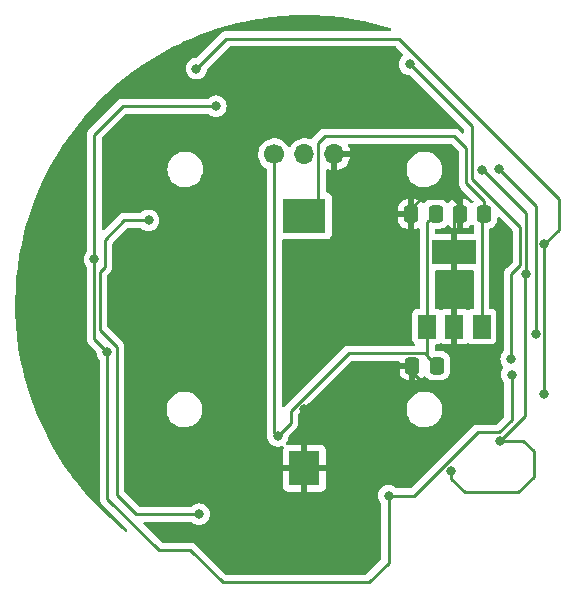
<source format=gbr>
%TF.GenerationSoftware,KiCad,Pcbnew,(6.0.8)*%
%TF.CreationDate,2022-10-14T21:05:54+02:00*%
%TF.ProjectId,Horloge,486f726c-6f67-4652-9e6b-696361645f70,rev?*%
%TF.SameCoordinates,Original*%
%TF.FileFunction,Copper,L2,Bot*%
%TF.FilePolarity,Positive*%
%FSLAX46Y46*%
G04 Gerber Fmt 4.6, Leading zero omitted, Abs format (unit mm)*
G04 Created by KiCad (PCBNEW (6.0.8)) date 2022-10-14 21:05:54*
%MOMM*%
%LPD*%
G01*
G04 APERTURE LIST*
G04 Aperture macros list*
%AMRoundRect*
0 Rectangle with rounded corners*
0 $1 Rounding radius*
0 $2 $3 $4 $5 $6 $7 $8 $9 X,Y pos of 4 corners*
0 Add a 4 corners polygon primitive as box body*
4,1,4,$2,$3,$4,$5,$6,$7,$8,$9,$2,$3,0*
0 Add four circle primitives for the rounded corners*
1,1,$1+$1,$2,$3*
1,1,$1+$1,$4,$5*
1,1,$1+$1,$6,$7*
1,1,$1+$1,$8,$9*
0 Add four rect primitives between the rounded corners*
20,1,$1+$1,$2,$3,$4,$5,0*
20,1,$1+$1,$4,$5,$6,$7,0*
20,1,$1+$1,$6,$7,$8,$9,0*
20,1,$1+$1,$8,$9,$2,$3,0*%
G04 Aperture macros list end*
%TA.AperFunction,ComponentPad*%
%ADD10C,1.700000*%
%TD*%
%TA.AperFunction,ComponentPad*%
%ADD11O,1.700000X1.700000*%
%TD*%
%TA.AperFunction,SMDPad,CuDef*%
%ADD12RoundRect,0.250000X0.337500X0.475000X-0.337500X0.475000X-0.337500X-0.475000X0.337500X-0.475000X0*%
%TD*%
%TA.AperFunction,SMDPad,CuDef*%
%ADD13R,3.600000X3.000000*%
%TD*%
%TA.AperFunction,SMDPad,CuDef*%
%ADD14R,2.600000X3.000000*%
%TD*%
%TA.AperFunction,SMDPad,CuDef*%
%ADD15R,1.500000X2.000000*%
%TD*%
%TA.AperFunction,SMDPad,CuDef*%
%ADD16R,3.800000X2.000000*%
%TD*%
%TA.AperFunction,ViaPad*%
%ADD17C,0.800000*%
%TD*%
%TA.AperFunction,Conductor*%
%ADD18C,0.250000*%
%TD*%
G04 APERTURE END LIST*
D10*
%TO.P,J1,1,Pin_1*%
%TO.N,Vcc*%
X149860000Y-83820000D03*
D11*
%TO.P,J1,2,Pin_2*%
%TO.N,PA0 UDPI*%
X152400000Y-83820000D03*
%TO.P,J1,3,Pin_3*%
%TO.N,GND*%
X154940000Y-83820000D03*
%TD*%
D12*
%TO.P,C3,1*%
%TO.N,Vcc*%
X163515089Y-88866156D03*
%TO.P,C3,2*%
%TO.N,GND*%
X161440089Y-88866156D03*
%TD*%
%TO.P,C2,1*%
%TO.N,Vcc*%
X163624033Y-101695651D03*
%TO.P,C2,2*%
%TO.N,GND*%
X161549033Y-101695651D03*
%TD*%
D13*
%TO.P,BTe,1,+*%
%TO.N,Net-(BT1-Pad1)*%
X152400000Y-89008000D03*
D14*
%TO.P,BTe,2,-*%
%TO.N,GND*%
X152400000Y-110408000D03*
%TD*%
D15*
%TO.P,U2,1,VI*%
%TO.N,Net-(BT1-Pad1)*%
X167400000Y-98400000D03*
%TO.P,U2,2,GND*%
%TO.N,GND*%
X165100000Y-98400000D03*
D16*
X165100000Y-92100000D03*
D15*
%TO.P,U2,3,VO*%
%TO.N,Vcc*%
X162800000Y-98400000D03*
%TD*%
D12*
%TO.P,C1,1*%
%TO.N,Net-(BT1-Pad1)*%
X167628067Y-88851432D03*
%TO.P,C1,2*%
%TO.N,GND*%
X165553067Y-88851432D03*
%TD*%
D17*
%TO.N,Vcc*%
X150150000Y-107660000D03*
%TO.N,GND*%
X152400000Y-105410000D03*
%TO.N,Net-(D10-Pad2)*%
X144904604Y-79739694D03*
%TO.N,Net-(D1-Pad2)*%
X143494246Y-114284246D03*
X139200000Y-89400000D03*
%TO.N,Net-(D10-Pad2)*%
X134620000Y-92710000D03*
X135694196Y-100515917D03*
%TO.N,Net-(D13-Pad2)*%
X169903685Y-101137325D03*
X161307382Y-76182618D03*
%TO.N,Net-(D10-Pad2)*%
X159523560Y-112721455D03*
X169934745Y-102475090D03*
%TO.N,Net-(D3-Pad1)*%
X164848814Y-110597461D03*
X168969336Y-108070207D03*
%TO.N,Net-(D17-Pad1)*%
X172720000Y-104140000D03*
%TO.N,Net-(D3-Pad1)*%
X171132298Y-93943373D03*
%TO.N,Net-(D1-Pad1)*%
X171978306Y-99021760D03*
X168910000Y-85090000D03*
%TO.N,Net-(D3-Pad1)*%
X167434962Y-85162083D03*
%TO.N,Net-(D17-Pad1)*%
X172720000Y-91440000D03*
X143258372Y-76551180D03*
%TD*%
D18*
%TO.N,GND*%
X161440089Y-88414701D02*
X161440089Y-88866156D01*
X162305537Y-87549253D02*
X161440089Y-88414701D01*
X165553067Y-88141336D02*
X164960984Y-87549253D01*
X165553067Y-88851432D02*
X165553067Y-88141336D01*
X164960984Y-87549253D02*
X162305537Y-87549253D01*
%TO.N,Net-(BT1-Pad1)*%
X167628067Y-87786113D02*
X167628067Y-88851432D01*
X166120641Y-86278687D02*
X167628067Y-87786113D01*
X166120641Y-83311911D02*
X166120641Y-86278687D01*
X165085641Y-82276911D02*
X166120641Y-83311911D01*
X154134208Y-82276911D02*
X165085641Y-82276911D01*
X153575000Y-82836119D02*
X154134208Y-82276911D01*
X153575000Y-87833000D02*
X153575000Y-82836119D01*
X152400000Y-89008000D02*
X153575000Y-87833000D01*
%TO.N,GND*%
X156114349Y-101695651D02*
X161549033Y-101695651D01*
X152400000Y-105410000D02*
X156114349Y-101695651D01*
%TO.N,Vcc*%
X156139044Y-100645651D02*
X162635861Y-100645651D01*
X151225599Y-106584401D02*
X151225599Y-105559096D01*
X150150000Y-107660000D02*
X151225599Y-106584401D01*
X162800000Y-100871618D02*
X162800000Y-100809790D01*
X151225599Y-105559096D02*
X156139044Y-100645651D01*
X162635861Y-100645651D02*
X162800000Y-100809790D01*
X162800000Y-100809790D02*
X162800000Y-98400000D01*
%TO.N,GND*%
X165100000Y-92100000D02*
X165100000Y-98400000D01*
%TO.N,Net-(BT1-Pad1)*%
X167400000Y-89079499D02*
X167628067Y-88851432D01*
X167400000Y-98400000D02*
X167400000Y-89079499D01*
%TO.N,GND*%
X165125493Y-102879521D02*
X165100000Y-102854028D01*
X164594404Y-103410610D02*
X165125493Y-102879521D01*
X162689806Y-103410610D02*
X164594404Y-103410610D01*
X161549033Y-102269837D02*
X162689806Y-103410610D01*
X161549033Y-101695651D02*
X161549033Y-102269837D01*
X165100000Y-102854028D02*
X165100000Y-98400000D01*
%TO.N,Vcc*%
X163624033Y-101695651D02*
X162800000Y-100871618D01*
X162800000Y-89581245D02*
X162800000Y-98400000D01*
X163515089Y-88866156D02*
X162800000Y-89581245D01*
%TO.N,GND*%
X155983500Y-88866156D02*
X154940000Y-87822656D01*
X161440089Y-88866156D02*
X155983500Y-88866156D01*
X154940000Y-87822656D02*
X154940000Y-83820000D01*
X165100000Y-89304499D02*
X165100000Y-92100000D01*
X165553067Y-88851432D02*
X165100000Y-89304499D01*
%TO.N,Vcc*%
X149860000Y-107370000D02*
X149860000Y-83820000D01*
X150150000Y-107660000D02*
X149860000Y-107370000D01*
%TO.N,GND*%
X152400000Y-110408000D02*
X152400000Y-105410000D01*
%TO.N,Net-(D10-Pad2)*%
X144904604Y-79739694D02*
X137020672Y-79739694D01*
X137020672Y-79739694D02*
X134603299Y-82157067D01*
X134603299Y-82157067D02*
X134603299Y-92693299D01*
X134603299Y-92693299D02*
X134620000Y-92710000D01*
%TO.N,Net-(D1-Pad2)*%
X137154461Y-89400000D02*
X139200000Y-89400000D01*
X135499044Y-91055417D02*
X137154461Y-89400000D01*
X136506283Y-112665266D02*
X136506283Y-100120565D01*
X136506283Y-100120565D02*
X135070000Y-98684282D01*
X135499044Y-93362910D02*
X135499044Y-91055417D01*
X138141017Y-114300000D02*
X136506283Y-112665266D01*
X135070000Y-98684282D02*
X135070000Y-93791954D01*
X135070000Y-93791954D02*
X135499044Y-93362910D01*
X143478492Y-114300000D02*
X138141017Y-114300000D01*
X143494246Y-114284246D02*
X143478492Y-114300000D01*
%TO.N,Net-(D10-Pad2)*%
X145473568Y-120047191D02*
X157862604Y-120047191D01*
X142754024Y-117327647D02*
X145473568Y-120047191D01*
X140061950Y-117327647D02*
X142754024Y-117327647D01*
X157862604Y-120047191D02*
X159523560Y-118386235D01*
X159523560Y-118386235D02*
X159523560Y-112721455D01*
X135694196Y-112959893D02*
X140061950Y-117327647D01*
X135694196Y-100515917D02*
X135694196Y-112959893D01*
X134620000Y-99441721D02*
X134620000Y-92710000D01*
X135694196Y-100515917D02*
X134620000Y-99441721D01*
%TO.N,Net-(D13-Pad2)*%
X170674754Y-89986351D02*
X170674754Y-93205705D01*
X170674754Y-93205705D02*
X169903685Y-93976774D01*
X169903685Y-93976774D02*
X169903685Y-101137325D01*
X166570641Y-85882238D02*
X170674754Y-89986351D01*
X166570641Y-81445877D02*
X166570641Y-85882238D01*
X161307382Y-76182618D02*
X166570641Y-81445877D01*
%TO.N,Net-(D10-Pad2)*%
X161693701Y-112721455D02*
X159523560Y-112721455D01*
X167077850Y-107337306D02*
X161693701Y-112721455D01*
X169934745Y-106293441D02*
X168890880Y-107337306D01*
X168890880Y-107337306D02*
X167077850Y-107337306D01*
X169934745Y-102475090D02*
X169934745Y-106293441D01*
%TO.N,Net-(D3-Pad1)*%
X164848814Y-111289052D02*
X164848814Y-110597461D01*
X166006515Y-112446753D02*
X164848814Y-111289052D01*
X170456678Y-112446753D02*
X166006515Y-112446753D01*
X171802715Y-111100716D02*
X170456678Y-112446753D01*
X171802715Y-108930574D02*
X171802715Y-111100716D01*
X170942348Y-108070207D02*
X171802715Y-108930574D01*
X168969336Y-108070207D02*
X170942348Y-108070207D01*
X171057067Y-105982476D02*
X168969336Y-108070207D01*
X171057067Y-94018604D02*
X171057067Y-105982476D01*
X171132298Y-93943373D02*
X171057067Y-94018604D01*
%TO.N,Net-(D17-Pad1)*%
X172720000Y-91440000D02*
X172720000Y-104140000D01*
%TO.N,Net-(D3-Pad1)*%
X171124754Y-88760672D02*
X167526165Y-85162083D01*
X171132298Y-93943373D02*
X171124754Y-93935829D01*
X171124754Y-93935829D02*
X171124754Y-88760672D01*
X167526165Y-85162083D02*
X167434962Y-85162083D01*
%TO.N,Net-(D1-Pad1)*%
X171978306Y-99021760D02*
X172019511Y-99062965D01*
X171978306Y-88158306D02*
X171978306Y-99021760D01*
X168910000Y-85090000D02*
X171978306Y-88158306D01*
%TO.N,Net-(D17-Pad1)*%
X173969996Y-88445754D02*
X173969996Y-90190004D01*
X173969996Y-87609996D02*
X173969996Y-88445754D01*
X173969996Y-90190004D02*
X172720000Y-91440000D01*
X160383927Y-74023927D02*
X162560000Y-76200000D01*
X158641654Y-74023927D02*
X160383927Y-74023927D01*
X145785625Y-74023927D02*
X158641654Y-74023927D01*
X162560000Y-76200000D02*
X173969996Y-87609996D01*
X143258372Y-76551180D02*
X145785625Y-74023927D01*
%TD*%
%TA.AperFunction,Conductor*%
%TO.N,GND*%
G36*
X152530753Y-72028900D02*
G01*
X153000726Y-72040796D01*
X153508510Y-72053649D01*
X153513529Y-72053877D01*
X153950067Y-72082489D01*
X154489465Y-72117844D01*
X154494504Y-72118276D01*
X155467086Y-72221357D01*
X155472104Y-72221991D01*
X156000071Y-72299483D01*
X156439757Y-72364018D01*
X156444718Y-72364848D01*
X156807862Y-72433136D01*
X157405945Y-72545605D01*
X157410896Y-72546640D01*
X158364031Y-72765813D01*
X158368936Y-72767045D01*
X159312525Y-73024297D01*
X159317377Y-73025725D01*
X159692285Y-73144292D01*
X159751203Y-73183904D01*
X159779353Y-73249081D01*
X159767796Y-73319131D01*
X159720203Y-73371812D01*
X159654291Y-73390427D01*
X145864388Y-73390427D01*
X145853204Y-73389900D01*
X145845716Y-73388226D01*
X145837793Y-73388475D01*
X145777658Y-73390365D01*
X145773700Y-73390427D01*
X145745769Y-73390427D01*
X145741854Y-73390922D01*
X145741850Y-73390922D01*
X145741792Y-73390930D01*
X145741763Y-73390933D01*
X145729921Y-73391866D01*
X145685735Y-73393254D01*
X145668369Y-73398299D01*
X145666283Y-73398905D01*
X145646931Y-73402913D01*
X145634693Y-73404459D01*
X145634691Y-73404460D01*
X145626828Y-73405453D01*
X145585711Y-73421733D01*
X145574510Y-73425568D01*
X145532031Y-73437909D01*
X145525212Y-73441942D01*
X145525207Y-73441944D01*
X145514596Y-73448220D01*
X145496846Y-73456917D01*
X145478008Y-73464375D01*
X145471592Y-73469036D01*
X145471591Y-73469037D01*
X145442250Y-73490355D01*
X145432326Y-73496874D01*
X145401085Y-73515349D01*
X145401080Y-73515353D01*
X145394262Y-73519385D01*
X145379938Y-73533709D01*
X145364906Y-73546548D01*
X145348518Y-73558455D01*
X145339842Y-73568943D01*
X145320337Y-73592520D01*
X145312347Y-73601300D01*
X143307872Y-75605775D01*
X143245560Y-75639801D01*
X143218777Y-75642680D01*
X143162885Y-75642680D01*
X143156433Y-75644052D01*
X143156428Y-75644052D01*
X143069485Y-75662533D01*
X142976084Y-75682386D01*
X142970054Y-75685071D01*
X142970053Y-75685071D01*
X142807650Y-75757377D01*
X142807648Y-75757378D01*
X142801620Y-75760062D01*
X142647119Y-75872314D01*
X142519332Y-76014236D01*
X142423845Y-76179624D01*
X142364830Y-76361252D01*
X142344868Y-76551180D01*
X142364830Y-76741108D01*
X142423845Y-76922736D01*
X142519332Y-77088124D01*
X142523750Y-77093031D01*
X142523751Y-77093032D01*
X142555257Y-77128023D01*
X142647119Y-77230046D01*
X142801620Y-77342298D01*
X142807648Y-77344982D01*
X142807650Y-77344983D01*
X142970053Y-77417289D01*
X142976084Y-77419974D01*
X143069484Y-77439827D01*
X143156428Y-77458308D01*
X143156433Y-77458308D01*
X143162885Y-77459680D01*
X143353859Y-77459680D01*
X143360311Y-77458308D01*
X143360316Y-77458308D01*
X143447260Y-77439827D01*
X143540660Y-77419974D01*
X143546691Y-77417289D01*
X143709094Y-77344983D01*
X143709096Y-77344982D01*
X143715124Y-77342298D01*
X143869625Y-77230046D01*
X143961487Y-77128023D01*
X143992993Y-77093032D01*
X143992994Y-77093031D01*
X143997412Y-77088124D01*
X144092899Y-76922736D01*
X144151914Y-76741108D01*
X144169279Y-76575886D01*
X144196292Y-76510230D01*
X144205494Y-76499962D01*
X146011124Y-74694332D01*
X146073436Y-74660306D01*
X146100219Y-74657427D01*
X160069333Y-74657427D01*
X160137454Y-74677429D01*
X160158428Y-74694332D01*
X160749189Y-75285093D01*
X160783215Y-75347405D01*
X160778150Y-75418220D01*
X160734157Y-75476123D01*
X160696129Y-75503752D01*
X160568342Y-75645674D01*
X160472855Y-75811062D01*
X160413840Y-75992690D01*
X160393878Y-76182618D01*
X160413840Y-76372546D01*
X160472855Y-76554174D01*
X160568342Y-76719562D01*
X160696129Y-76861484D01*
X160850630Y-76973736D01*
X160856658Y-76976420D01*
X160856660Y-76976421D01*
X160881634Y-76987540D01*
X161025094Y-77051412D01*
X161118494Y-77071265D01*
X161205438Y-77089746D01*
X161205443Y-77089746D01*
X161211895Y-77091118D01*
X161267788Y-77091118D01*
X161335909Y-77111120D01*
X161356883Y-77128023D01*
X165900236Y-81671376D01*
X165934262Y-81733688D01*
X165937141Y-81760471D01*
X165937141Y-81928316D01*
X165917139Y-81996437D01*
X165863483Y-82042930D01*
X165793209Y-82053034D01*
X165728629Y-82023540D01*
X165722046Y-82017411D01*
X165589293Y-81884658D01*
X165581753Y-81876372D01*
X165577641Y-81869893D01*
X165527989Y-81823267D01*
X165525148Y-81820513D01*
X165505411Y-81800776D01*
X165502214Y-81798296D01*
X165493192Y-81790591D01*
X165483773Y-81781746D01*
X165460962Y-81760325D01*
X165454016Y-81756506D01*
X165454013Y-81756504D01*
X165443207Y-81750563D01*
X165426688Y-81739712D01*
X165419959Y-81734493D01*
X165410682Y-81727297D01*
X165403413Y-81724152D01*
X165403409Y-81724149D01*
X165370104Y-81709737D01*
X165359454Y-81704520D01*
X165320701Y-81683216D01*
X165301078Y-81678178D01*
X165282375Y-81671774D01*
X165271061Y-81666878D01*
X165271060Y-81666878D01*
X165263786Y-81663730D01*
X165255963Y-81662491D01*
X165255953Y-81662488D01*
X165220117Y-81656812D01*
X165208497Y-81654406D01*
X165173352Y-81645383D01*
X165173351Y-81645383D01*
X165165671Y-81643411D01*
X165145417Y-81643411D01*
X165125706Y-81641860D01*
X165113527Y-81639931D01*
X165105698Y-81638691D01*
X165076427Y-81641458D01*
X165061680Y-81642852D01*
X165049822Y-81643411D01*
X154212976Y-81643411D01*
X154201793Y-81642884D01*
X154194300Y-81641209D01*
X154186374Y-81641458D01*
X154186373Y-81641458D01*
X154126210Y-81643349D01*
X154122252Y-81643411D01*
X154094352Y-81643411D01*
X154090362Y-81643915D01*
X154078528Y-81644847D01*
X154034319Y-81646237D01*
X154026703Y-81648450D01*
X154026701Y-81648450D01*
X154014860Y-81651890D01*
X153995501Y-81655899D01*
X153994191Y-81656065D01*
X153975411Y-81658437D01*
X153968045Y-81661353D01*
X153968039Y-81661355D01*
X153934306Y-81674711D01*
X153923076Y-81678556D01*
X153907036Y-81683216D01*
X153880615Y-81690892D01*
X153873792Y-81694927D01*
X153863174Y-81701206D01*
X153845421Y-81709903D01*
X153837776Y-81712930D01*
X153826591Y-81717359D01*
X153812913Y-81727297D01*
X153790820Y-81743348D01*
X153780903Y-81749862D01*
X153742846Y-81772369D01*
X153728525Y-81786690D01*
X153713492Y-81799530D01*
X153697101Y-81811439D01*
X153685249Y-81825766D01*
X153668920Y-81845504D01*
X153660930Y-81854285D01*
X153182742Y-82332472D01*
X153174463Y-82340006D01*
X153167982Y-82344119D01*
X153131878Y-82382566D01*
X153121357Y-82393770D01*
X153118602Y-82396612D01*
X153098865Y-82416349D01*
X153096385Y-82419546D01*
X153088682Y-82428566D01*
X153058414Y-82460798D01*
X153054595Y-82467744D01*
X153054593Y-82467747D01*
X153048652Y-82478553D01*
X153037808Y-82495064D01*
X153026942Y-82509072D01*
X152969392Y-82550639D01*
X152898500Y-82554494D01*
X152885326Y-82550623D01*
X152773653Y-82511078D01*
X152753087Y-82503795D01*
X152753083Y-82503794D01*
X152748212Y-82502069D01*
X152743119Y-82501162D01*
X152743116Y-82501161D01*
X152533373Y-82463800D01*
X152533367Y-82463799D01*
X152528284Y-82462894D01*
X152454452Y-82461992D01*
X152310081Y-82460228D01*
X152310079Y-82460228D01*
X152304911Y-82460165D01*
X152084091Y-82493955D01*
X151871756Y-82563357D01*
X151841443Y-82579137D01*
X151709424Y-82647862D01*
X151673607Y-82666507D01*
X151669474Y-82669610D01*
X151669471Y-82669612D01*
X151645247Y-82687800D01*
X151494965Y-82800635D01*
X151491393Y-82804373D01*
X151390061Y-82910411D01*
X151340629Y-82962138D01*
X151233201Y-83119621D01*
X151178293Y-83164621D01*
X151107768Y-83172792D01*
X151044021Y-83141538D01*
X151023324Y-83117054D01*
X150942822Y-82992617D01*
X150942820Y-82992614D01*
X150940014Y-82988277D01*
X150789670Y-82823051D01*
X150785619Y-82819852D01*
X150785615Y-82819848D01*
X150618414Y-82687800D01*
X150618410Y-82687798D01*
X150614359Y-82684598D01*
X150418789Y-82576638D01*
X150413920Y-82574914D01*
X150413916Y-82574912D01*
X150213087Y-82503795D01*
X150213083Y-82503794D01*
X150208212Y-82502069D01*
X150203119Y-82501162D01*
X150203116Y-82501161D01*
X149993373Y-82463800D01*
X149993367Y-82463799D01*
X149988284Y-82462894D01*
X149914452Y-82461992D01*
X149770081Y-82460228D01*
X149770079Y-82460228D01*
X149764911Y-82460165D01*
X149544091Y-82493955D01*
X149331756Y-82563357D01*
X149301443Y-82579137D01*
X149169424Y-82647862D01*
X149133607Y-82666507D01*
X149129474Y-82669610D01*
X149129471Y-82669612D01*
X149105247Y-82687800D01*
X148954965Y-82800635D01*
X148951393Y-82804373D01*
X148850061Y-82910411D01*
X148800629Y-82962138D01*
X148674743Y-83146680D01*
X148580688Y-83349305D01*
X148520989Y-83564570D01*
X148497251Y-83786695D01*
X148510110Y-84009715D01*
X148511247Y-84014761D01*
X148511248Y-84014767D01*
X148528616Y-84091830D01*
X148559222Y-84227639D01*
X148604149Y-84338282D01*
X148637027Y-84419250D01*
X148643266Y-84434616D01*
X148693863Y-84517183D01*
X148757291Y-84620688D01*
X148759987Y-84625088D01*
X148906250Y-84793938D01*
X149078126Y-84936632D01*
X149164070Y-84986853D01*
X149212794Y-85038491D01*
X149226500Y-85095641D01*
X149226500Y-107291233D01*
X149225973Y-107302416D01*
X149224298Y-107309909D01*
X149224547Y-107317835D01*
X149224547Y-107317836D01*
X149226438Y-107377986D01*
X149226500Y-107381945D01*
X149226500Y-107409856D01*
X149226997Y-107413790D01*
X149226997Y-107413791D01*
X149227005Y-107413856D01*
X149227938Y-107425693D01*
X149229327Y-107469889D01*
X149232360Y-107480328D01*
X149234978Y-107489339D01*
X149238987Y-107508700D01*
X149240531Y-107520926D01*
X149240532Y-107520931D01*
X149241526Y-107528797D01*
X149242654Y-107531647D01*
X149245670Y-107572714D01*
X149236496Y-107660000D01*
X149256458Y-107849928D01*
X149315473Y-108031556D01*
X149410960Y-108196944D01*
X149415378Y-108201851D01*
X149415379Y-108201852D01*
X149522724Y-108321071D01*
X149538747Y-108338866D01*
X149693248Y-108451118D01*
X149699276Y-108453802D01*
X149699278Y-108453803D01*
X149861681Y-108526109D01*
X149867712Y-108528794D01*
X149961112Y-108548647D01*
X150048056Y-108567128D01*
X150048061Y-108567128D01*
X150054513Y-108568500D01*
X150245487Y-108568500D01*
X150251939Y-108567128D01*
X150251944Y-108567128D01*
X150338888Y-108548647D01*
X150432288Y-108528794D01*
X150441055Y-108524891D01*
X150474821Y-108509857D01*
X150478310Y-108508304D01*
X150548676Y-108498870D01*
X150612973Y-108528976D01*
X150650786Y-108589065D01*
X150650111Y-108660058D01*
X150647540Y-108667641D01*
X150601522Y-108790394D01*
X150597895Y-108805649D01*
X150592369Y-108856514D01*
X150592000Y-108863328D01*
X150592000Y-110135885D01*
X150596475Y-110151124D01*
X150597865Y-110152329D01*
X150605548Y-110154000D01*
X152127885Y-110154000D01*
X152143124Y-110149525D01*
X152144329Y-110148135D01*
X152146000Y-110140452D01*
X152146000Y-110135885D01*
X152654000Y-110135885D01*
X152658475Y-110151124D01*
X152659865Y-110152329D01*
X152667548Y-110154000D01*
X154189884Y-110154000D01*
X154205123Y-110149525D01*
X154206328Y-110148135D01*
X154207999Y-110140452D01*
X154207999Y-108863331D01*
X154207629Y-108856510D01*
X154202105Y-108805648D01*
X154198479Y-108790396D01*
X154153324Y-108669946D01*
X154144786Y-108654351D01*
X154068285Y-108552276D01*
X154055724Y-108539715D01*
X153953649Y-108463214D01*
X153938054Y-108454676D01*
X153817606Y-108409522D01*
X153802351Y-108405895D01*
X153751486Y-108400369D01*
X153744672Y-108400000D01*
X152672115Y-108400000D01*
X152656876Y-108404475D01*
X152655671Y-108405865D01*
X152654000Y-108413548D01*
X152654000Y-110135885D01*
X152146000Y-110135885D01*
X152146000Y-108418116D01*
X152141525Y-108402877D01*
X152140135Y-108401672D01*
X152132452Y-108400001D01*
X151055331Y-108400001D01*
X151048512Y-108400370D01*
X150996656Y-108406003D01*
X150926774Y-108393474D01*
X150874759Y-108345153D01*
X150857125Y-108276381D01*
X150881113Y-108206680D01*
X150884621Y-108201852D01*
X150889040Y-108196944D01*
X150984527Y-108031556D01*
X151043542Y-107849928D01*
X151060907Y-107684706D01*
X151087920Y-107619050D01*
X151097122Y-107608782D01*
X151617846Y-107088058D01*
X151626136Y-107080514D01*
X151632617Y-107076401D01*
X151679258Y-107026733D01*
X151682012Y-107023892D01*
X151701734Y-107004170D01*
X151704218Y-107000968D01*
X151711916Y-106991956D01*
X151736760Y-106965499D01*
X151742185Y-106959722D01*
X151751946Y-106941967D01*
X151762797Y-106925448D01*
X151775213Y-106909442D01*
X151788845Y-106877940D01*
X151792773Y-106868864D01*
X151797990Y-106858214D01*
X151819294Y-106819461D01*
X151824332Y-106799838D01*
X151830736Y-106781135D01*
X151835632Y-106769821D01*
X151835632Y-106769820D01*
X151838780Y-106762546D01*
X151840019Y-106754723D01*
X151840022Y-106754713D01*
X151845698Y-106718877D01*
X151848104Y-106707257D01*
X151857127Y-106672112D01*
X151857127Y-106672111D01*
X151859099Y-106664431D01*
X151859099Y-106644177D01*
X151860650Y-106624466D01*
X151862579Y-106612287D01*
X151863819Y-106604458D01*
X151859658Y-106560439D01*
X151859099Y-106548582D01*
X151859099Y-105873690D01*
X151879101Y-105805569D01*
X151896004Y-105784595D01*
X152217782Y-105462817D01*
X161047514Y-105462817D01*
X161048095Y-105467837D01*
X161048095Y-105467841D01*
X161070023Y-105657353D01*
X161075415Y-105703956D01*
X161076791Y-105708820D01*
X161076792Y-105708823D01*
X161116917Y-105850621D01*
X161141510Y-105937532D01*
X161143644Y-105942108D01*
X161143646Y-105942114D01*
X161241962Y-106152954D01*
X161244099Y-106157536D01*
X161380544Y-106358307D01*
X161547332Y-106534681D01*
X161551358Y-106537759D01*
X161551359Y-106537760D01*
X161736154Y-106679047D01*
X161736158Y-106679050D01*
X161740174Y-106682120D01*
X161744632Y-106684510D01*
X161744633Y-106684511D01*
X161838992Y-106735106D01*
X161954109Y-106796831D01*
X162183631Y-106875862D01*
X162282978Y-106893022D01*
X162418926Y-106916504D01*
X162418932Y-106916505D01*
X162422836Y-106917179D01*
X162426797Y-106917359D01*
X162426798Y-106917359D01*
X162450506Y-106918436D01*
X162450525Y-106918436D01*
X162451925Y-106918500D01*
X162621001Y-106918500D01*
X162623509Y-106918298D01*
X162623514Y-106918298D01*
X162796924Y-106904346D01*
X162796929Y-106904345D01*
X162801965Y-106903940D01*
X162806873Y-106902734D01*
X162806876Y-106902734D01*
X163032792Y-106847244D01*
X163037706Y-106846037D01*
X163042358Y-106844062D01*
X163042362Y-106844061D01*
X163198570Y-106777754D01*
X163261156Y-106751188D01*
X163367037Y-106684511D01*
X163462288Y-106624528D01*
X163462291Y-106624526D01*
X163466567Y-106621833D01*
X163565422Y-106534681D01*
X163644858Y-106464650D01*
X163644861Y-106464647D01*
X163648655Y-106461302D01*
X163678631Y-106424809D01*
X163799526Y-106277628D01*
X163799528Y-106277625D01*
X163802734Y-106273722D01*
X163893974Y-106116957D01*
X163922299Y-106068290D01*
X163922300Y-106068288D01*
X163924841Y-106063922D01*
X163967570Y-105952608D01*
X164010020Y-105842022D01*
X164010021Y-105842018D01*
X164011833Y-105837298D01*
X164012868Y-105832345D01*
X164060440Y-105604631D01*
X164060440Y-105604627D01*
X164061474Y-105599680D01*
X164072486Y-105357183D01*
X164071905Y-105352159D01*
X164045167Y-105121071D01*
X164045166Y-105121067D01*
X164044585Y-105116044D01*
X164014237Y-105008794D01*
X163979866Y-104887331D01*
X163978490Y-104882468D01*
X163976356Y-104877892D01*
X163976354Y-104877886D01*
X163878038Y-104667046D01*
X163878036Y-104667042D01*
X163875901Y-104662464D01*
X163863494Y-104644207D01*
X163778734Y-104519489D01*
X163739456Y-104461693D01*
X163572668Y-104285319D01*
X163568641Y-104282240D01*
X163383846Y-104140953D01*
X163383842Y-104140950D01*
X163379826Y-104137880D01*
X163165891Y-104023169D01*
X162936369Y-103944138D01*
X162837022Y-103926978D01*
X162701074Y-103903496D01*
X162701068Y-103903495D01*
X162697164Y-103902821D01*
X162693203Y-103902641D01*
X162693202Y-103902641D01*
X162669494Y-103901564D01*
X162669475Y-103901564D01*
X162668075Y-103901500D01*
X162498999Y-103901500D01*
X162496491Y-103901702D01*
X162496486Y-103901702D01*
X162323076Y-103915654D01*
X162323071Y-103915655D01*
X162318035Y-103916060D01*
X162313127Y-103917266D01*
X162313124Y-103917266D01*
X162087208Y-103972756D01*
X162082294Y-103973963D01*
X162077642Y-103975938D01*
X162077638Y-103975939D01*
X161970252Y-104021522D01*
X161858844Y-104068812D01*
X161854560Y-104071510D01*
X161657712Y-104195472D01*
X161657709Y-104195474D01*
X161653433Y-104198167D01*
X161649639Y-104201512D01*
X161475142Y-104355350D01*
X161475139Y-104355353D01*
X161471345Y-104358698D01*
X161468135Y-104362606D01*
X161468134Y-104362607D01*
X161339271Y-104519489D01*
X161317266Y-104546278D01*
X161314724Y-104550646D01*
X161208406Y-104733318D01*
X161195159Y-104756078D01*
X161193346Y-104760801D01*
X161124904Y-104939101D01*
X161108167Y-104982702D01*
X161107133Y-104987652D01*
X161107132Y-104987655D01*
X161066161Y-105183775D01*
X161058526Y-105220320D01*
X161047514Y-105462817D01*
X152217782Y-105462817D01*
X155462853Y-102217746D01*
X160453534Y-102217746D01*
X160453871Y-102224265D01*
X160463790Y-102319857D01*
X160466682Y-102333251D01*
X160518121Y-102487435D01*
X160524294Y-102500613D01*
X160609596Y-102638458D01*
X160618632Y-102649859D01*
X160733362Y-102764390D01*
X160744773Y-102773402D01*
X160882776Y-102858467D01*
X160895957Y-102864614D01*
X161050243Y-102915789D01*
X161063619Y-102918656D01*
X161157971Y-102928323D01*
X161164387Y-102928651D01*
X161276918Y-102928651D01*
X161292157Y-102924176D01*
X161293362Y-102922786D01*
X161295033Y-102915103D01*
X161295033Y-101967766D01*
X161290558Y-101952527D01*
X161289168Y-101951322D01*
X161281485Y-101949651D01*
X160471649Y-101949651D01*
X160456410Y-101954126D01*
X160455205Y-101955516D01*
X160453534Y-101963199D01*
X160453534Y-102217746D01*
X155462853Y-102217746D01*
X156364543Y-101316056D01*
X156426855Y-101282030D01*
X156453638Y-101279151D01*
X160327533Y-101279151D01*
X160395654Y-101299153D01*
X160442147Y-101352809D01*
X160453533Y-101405151D01*
X160453533Y-101423536D01*
X160458008Y-101438775D01*
X160459398Y-101439980D01*
X160467081Y-101441651D01*
X161677033Y-101441651D01*
X161745154Y-101461653D01*
X161791647Y-101515309D01*
X161803033Y-101567651D01*
X161803033Y-102910535D01*
X161807508Y-102925774D01*
X161808898Y-102926979D01*
X161816581Y-102928650D01*
X161933628Y-102928650D01*
X161940147Y-102928313D01*
X162035739Y-102918394D01*
X162049133Y-102915502D01*
X162203317Y-102864063D01*
X162216495Y-102857890D01*
X162354340Y-102772588D01*
X162365741Y-102763552D01*
X162480271Y-102648823D01*
X162487327Y-102639889D01*
X162545245Y-102598828D01*
X162616168Y-102595598D01*
X162677579Y-102631225D01*
X162684379Y-102639058D01*
X162688055Y-102644999D01*
X162813230Y-102769956D01*
X162819460Y-102773796D01*
X162819461Y-102773797D01*
X162957470Y-102858867D01*
X162963795Y-102862766D01*
X163043538Y-102889215D01*
X163125144Y-102916283D01*
X163125146Y-102916283D01*
X163131672Y-102918448D01*
X163138508Y-102919148D01*
X163138511Y-102919149D01*
X163181564Y-102923560D01*
X163236133Y-102929151D01*
X164011933Y-102929151D01*
X164015179Y-102928814D01*
X164015183Y-102928814D01*
X164110841Y-102918889D01*
X164110845Y-102918888D01*
X164117699Y-102918177D01*
X164124235Y-102915996D01*
X164124237Y-102915996D01*
X164256339Y-102871923D01*
X164285479Y-102862201D01*
X164435881Y-102769129D01*
X164560838Y-102643954D01*
X164653648Y-102493389D01*
X164709330Y-102325512D01*
X164720033Y-102221051D01*
X164720033Y-101170251D01*
X164719696Y-101167001D01*
X164709771Y-101071343D01*
X164709770Y-101071339D01*
X164709059Y-101064485D01*
X164653083Y-100896705D01*
X164560011Y-100746303D01*
X164434836Y-100621346D01*
X164400825Y-100600381D01*
X164290501Y-100532376D01*
X164290499Y-100532375D01*
X164284271Y-100528536D01*
X164147487Y-100483167D01*
X164122922Y-100475019D01*
X164122920Y-100475019D01*
X164116394Y-100472854D01*
X164109558Y-100472154D01*
X164109555Y-100472153D01*
X164066502Y-100467742D01*
X164011933Y-100462151D01*
X163559500Y-100462151D01*
X163491379Y-100442149D01*
X163444886Y-100388493D01*
X163433500Y-100336151D01*
X163433500Y-100034500D01*
X163453502Y-99966379D01*
X163507158Y-99919886D01*
X163559500Y-99908500D01*
X163598134Y-99908500D01*
X163660316Y-99901745D01*
X163796705Y-99850615D01*
X163874852Y-99792047D01*
X163941358Y-99767199D01*
X164010741Y-99782252D01*
X164025982Y-99792047D01*
X164096352Y-99844786D01*
X164111946Y-99853324D01*
X164232394Y-99898478D01*
X164247649Y-99902105D01*
X164298514Y-99907631D01*
X164305328Y-99908000D01*
X164827885Y-99908000D01*
X164843124Y-99903525D01*
X164844329Y-99902135D01*
X164846000Y-99894452D01*
X164846000Y-96910116D01*
X164841525Y-96894877D01*
X164840135Y-96893672D01*
X164832452Y-96892001D01*
X164305331Y-96892001D01*
X164298510Y-96892371D01*
X164247648Y-96897895D01*
X164232396Y-96901521D01*
X164111946Y-96946676D01*
X164096352Y-96955214D01*
X164025982Y-97007953D01*
X163959476Y-97032801D01*
X163890093Y-97017748D01*
X163874852Y-97007953D01*
X163872955Y-97006531D01*
X163796705Y-96949385D01*
X163660316Y-96898255D01*
X163598134Y-96891500D01*
X163559500Y-96891500D01*
X163491379Y-96871498D01*
X163444886Y-96817842D01*
X163433500Y-96765500D01*
X163433500Y-93734000D01*
X163453502Y-93665879D01*
X163507158Y-93619386D01*
X163559500Y-93608000D01*
X164827885Y-93608000D01*
X164843124Y-93603525D01*
X164844329Y-93602135D01*
X164846000Y-93594452D01*
X164846000Y-90610116D01*
X164841525Y-90594877D01*
X164840135Y-90593672D01*
X164832452Y-90592001D01*
X163559500Y-90592001D01*
X163491379Y-90571999D01*
X163444886Y-90518343D01*
X163433500Y-90466001D01*
X163433500Y-90225656D01*
X163453502Y-90157535D01*
X163507158Y-90111042D01*
X163559500Y-90099656D01*
X163902989Y-90099656D01*
X163906235Y-90099319D01*
X163906239Y-90099319D01*
X164001897Y-90089394D01*
X164001901Y-90089393D01*
X164008755Y-90088682D01*
X164015291Y-90086501D01*
X164015293Y-90086501D01*
X164169587Y-90035024D01*
X164176535Y-90032706D01*
X164326937Y-89939634D01*
X164451894Y-89814459D01*
X164454083Y-89816644D01*
X164500637Y-89783626D01*
X164571559Y-89780382D01*
X164630640Y-89813601D01*
X164737396Y-89920171D01*
X164748807Y-89929183D01*
X164886810Y-90014248D01*
X164899991Y-90020395D01*
X165054277Y-90071570D01*
X165067653Y-90074437D01*
X165162005Y-90084104D01*
X165168421Y-90084432D01*
X165280952Y-90084432D01*
X165296191Y-90079957D01*
X165297396Y-90078567D01*
X165299067Y-90070884D01*
X165299067Y-87636548D01*
X165294592Y-87621309D01*
X165293202Y-87620104D01*
X165285519Y-87618433D01*
X165168472Y-87618433D01*
X165161953Y-87618770D01*
X165066361Y-87628689D01*
X165052967Y-87631581D01*
X164898783Y-87683020D01*
X164885605Y-87689193D01*
X164747760Y-87774495D01*
X164736359Y-87783531D01*
X164616657Y-87903441D01*
X164614392Y-87901180D01*
X164568080Y-87933962D01*
X164497155Y-87937141D01*
X164438187Y-87903951D01*
X164325892Y-87791851D01*
X164311035Y-87782693D01*
X164181557Y-87702881D01*
X164181555Y-87702880D01*
X164175327Y-87699041D01*
X164064134Y-87662160D01*
X164013978Y-87645524D01*
X164013976Y-87645524D01*
X164007450Y-87643359D01*
X164000614Y-87642659D01*
X164000611Y-87642658D01*
X163957558Y-87638247D01*
X163902989Y-87632656D01*
X163127189Y-87632656D01*
X163123943Y-87632993D01*
X163123939Y-87632993D01*
X163028281Y-87642918D01*
X163028277Y-87642919D01*
X163021423Y-87643630D01*
X163014887Y-87645811D01*
X163014885Y-87645811D01*
X162998517Y-87651272D01*
X162853643Y-87699606D01*
X162703241Y-87792678D01*
X162578284Y-87917853D01*
X162575487Y-87922391D01*
X162518236Y-87962980D01*
X162447313Y-87966210D01*
X162385902Y-87930584D01*
X162378527Y-87922088D01*
X162370491Y-87911949D01*
X162255760Y-87797417D01*
X162244349Y-87788405D01*
X162106346Y-87703340D01*
X162093165Y-87697193D01*
X161938879Y-87646018D01*
X161925503Y-87643151D01*
X161831151Y-87633484D01*
X161824734Y-87633156D01*
X161712204Y-87633156D01*
X161696965Y-87637631D01*
X161695760Y-87639021D01*
X161694089Y-87646704D01*
X161694089Y-90081040D01*
X161698564Y-90096279D01*
X161699954Y-90097484D01*
X161707637Y-90099155D01*
X161824684Y-90099155D01*
X161831203Y-90098818D01*
X161926795Y-90088899D01*
X161940192Y-90086006D01*
X162000625Y-90065845D01*
X162071574Y-90063261D01*
X162132658Y-90099445D01*
X162164482Y-90162910D01*
X162166500Y-90185369D01*
X162166500Y-96765500D01*
X162146498Y-96833621D01*
X162092842Y-96880114D01*
X162040500Y-96891500D01*
X162001866Y-96891500D01*
X161939684Y-96898255D01*
X161803295Y-96949385D01*
X161686739Y-97036739D01*
X161599385Y-97153295D01*
X161548255Y-97289684D01*
X161541500Y-97351866D01*
X161541500Y-99448134D01*
X161548255Y-99510316D01*
X161599385Y-99646705D01*
X161686739Y-99763261D01*
X161712079Y-99782252D01*
X161716179Y-99785325D01*
X161758694Y-99842184D01*
X161763720Y-99913003D01*
X161729660Y-99975296D01*
X161667329Y-100009286D01*
X161640614Y-100012151D01*
X156217812Y-100012151D01*
X156206629Y-100011624D01*
X156199136Y-100009949D01*
X156191210Y-100010198D01*
X156191209Y-100010198D01*
X156131046Y-100012089D01*
X156127088Y-100012151D01*
X156099188Y-100012151D01*
X156095198Y-100012655D01*
X156083364Y-100013587D01*
X156039155Y-100014977D01*
X156031539Y-100017190D01*
X156031537Y-100017190D01*
X156019696Y-100020630D01*
X156000337Y-100024639D01*
X155999027Y-100024805D01*
X155980247Y-100027177D01*
X155972881Y-100030093D01*
X155972875Y-100030095D01*
X155939142Y-100043451D01*
X155927912Y-100047296D01*
X155893061Y-100057421D01*
X155885451Y-100059632D01*
X155878628Y-100063667D01*
X155868010Y-100069946D01*
X155850257Y-100078643D01*
X155845040Y-100080709D01*
X155831427Y-100086099D01*
X155825012Y-100090760D01*
X155795656Y-100112088D01*
X155785739Y-100118602D01*
X155747682Y-100141109D01*
X155733361Y-100155430D01*
X155718328Y-100168270D01*
X155701937Y-100180179D01*
X155696886Y-100186285D01*
X155673746Y-100214256D01*
X155665756Y-100223035D01*
X150833346Y-105055444D01*
X150825060Y-105062984D01*
X150818581Y-105067096D01*
X150813156Y-105072873D01*
X150771956Y-105116747D01*
X150769201Y-105119589D01*
X150749464Y-105139326D01*
X150746984Y-105142523D01*
X150739279Y-105151545D01*
X150711350Y-105181286D01*
X150650137Y-105217252D01*
X150579197Y-105214413D01*
X150521053Y-105173672D01*
X150494165Y-105107964D01*
X150493500Y-105095033D01*
X150493500Y-91142500D01*
X150513502Y-91074379D01*
X150567158Y-91027886D01*
X150619500Y-91016500D01*
X154248134Y-91016500D01*
X154310316Y-91009745D01*
X154446705Y-90958615D01*
X154563261Y-90871261D01*
X154650615Y-90754705D01*
X154701745Y-90618316D01*
X154708500Y-90556134D01*
X154708500Y-89388251D01*
X160344590Y-89388251D01*
X160344927Y-89394770D01*
X160354846Y-89490362D01*
X160357738Y-89503756D01*
X160409177Y-89657940D01*
X160415350Y-89671118D01*
X160500652Y-89808963D01*
X160509688Y-89820364D01*
X160624418Y-89934895D01*
X160635829Y-89943907D01*
X160773832Y-90028972D01*
X160787013Y-90035119D01*
X160941299Y-90086294D01*
X160954675Y-90089161D01*
X161049027Y-90098828D01*
X161055443Y-90099156D01*
X161167974Y-90099156D01*
X161183213Y-90094681D01*
X161184418Y-90093291D01*
X161186089Y-90085608D01*
X161186089Y-89138271D01*
X161181614Y-89123032D01*
X161180224Y-89121827D01*
X161172541Y-89120156D01*
X160362705Y-89120156D01*
X160347466Y-89124631D01*
X160346261Y-89126021D01*
X160344590Y-89133704D01*
X160344590Y-89388251D01*
X154708500Y-89388251D01*
X154708500Y-88594041D01*
X160344589Y-88594041D01*
X160349064Y-88609280D01*
X160350454Y-88610485D01*
X160358137Y-88612156D01*
X161167974Y-88612156D01*
X161183213Y-88607681D01*
X161184418Y-88606291D01*
X161186089Y-88598608D01*
X161186089Y-87651272D01*
X161181614Y-87636033D01*
X161180224Y-87634828D01*
X161172541Y-87633157D01*
X161055494Y-87633157D01*
X161048975Y-87633494D01*
X160953383Y-87643413D01*
X160939989Y-87646305D01*
X160785805Y-87697744D01*
X160772627Y-87703917D01*
X160634782Y-87789219D01*
X160623381Y-87798255D01*
X160508850Y-87912985D01*
X160499838Y-87924396D01*
X160414773Y-88062399D01*
X160408626Y-88075580D01*
X160357451Y-88229866D01*
X160354584Y-88243242D01*
X160344917Y-88337594D01*
X160344589Y-88344011D01*
X160344589Y-88594041D01*
X154708500Y-88594041D01*
X154708500Y-87459866D01*
X154701745Y-87397684D01*
X154650615Y-87261295D01*
X154563261Y-87144739D01*
X154446705Y-87057385D01*
X154432022Y-87051880D01*
X154317714Y-87009028D01*
X154317711Y-87009027D01*
X154310316Y-87006255D01*
X154304547Y-87005628D01*
X154243709Y-86970874D01*
X154210887Y-86907919D01*
X154208500Y-86883507D01*
X154208500Y-85177377D01*
X154228502Y-85109256D01*
X154282158Y-85062763D01*
X154352432Y-85052659D01*
X154379449Y-85059667D01*
X154555001Y-85126703D01*
X154564899Y-85129579D01*
X154668250Y-85150606D01*
X154682299Y-85149410D01*
X154686000Y-85139065D01*
X154686000Y-85138517D01*
X155194000Y-85138517D01*
X155198064Y-85152359D01*
X155211478Y-85154393D01*
X155218184Y-85153534D01*
X155228262Y-85151392D01*
X155256844Y-85142817D01*
X161047514Y-85142817D01*
X161048095Y-85147837D01*
X161048095Y-85147841D01*
X161063923Y-85284631D01*
X161075415Y-85383956D01*
X161076791Y-85388820D01*
X161076792Y-85388823D01*
X161122476Y-85550266D01*
X161141510Y-85617532D01*
X161143644Y-85622108D01*
X161143646Y-85622114D01*
X161237961Y-85824373D01*
X161244099Y-85837536D01*
X161380544Y-86038307D01*
X161547332Y-86214681D01*
X161551358Y-86217759D01*
X161551359Y-86217760D01*
X161736154Y-86359047D01*
X161736158Y-86359050D01*
X161740174Y-86362120D01*
X161954109Y-86476831D01*
X162183631Y-86555862D01*
X162250859Y-86567474D01*
X162418926Y-86596504D01*
X162418932Y-86596505D01*
X162422836Y-86597179D01*
X162426797Y-86597359D01*
X162426798Y-86597359D01*
X162450506Y-86598436D01*
X162450525Y-86598436D01*
X162451925Y-86598500D01*
X162621001Y-86598500D01*
X162623509Y-86598298D01*
X162623514Y-86598298D01*
X162796924Y-86584346D01*
X162796929Y-86584345D01*
X162801965Y-86583940D01*
X162806873Y-86582734D01*
X162806876Y-86582734D01*
X163032792Y-86527244D01*
X163037706Y-86526037D01*
X163042358Y-86524062D01*
X163042362Y-86524061D01*
X163228954Y-86444857D01*
X163261156Y-86431188D01*
X163367037Y-86364511D01*
X163462288Y-86304528D01*
X163462291Y-86304526D01*
X163466567Y-86301833D01*
X163568713Y-86211780D01*
X163644858Y-86144650D01*
X163644861Y-86144647D01*
X163648655Y-86141302D01*
X163714236Y-86061462D01*
X163799526Y-85957628D01*
X163799528Y-85957625D01*
X163802734Y-85953722D01*
X163924841Y-85743922D01*
X164011833Y-85517298D01*
X164040740Y-85378929D01*
X164060440Y-85284631D01*
X164060440Y-85284627D01*
X164061474Y-85279680D01*
X164072486Y-85037183D01*
X164067281Y-84992198D01*
X164045167Y-84801071D01*
X164045166Y-84801067D01*
X164044585Y-84796044D01*
X164005517Y-84657978D01*
X163979866Y-84567331D01*
X163978490Y-84562468D01*
X163976356Y-84557892D01*
X163976354Y-84557886D01*
X163878038Y-84347046D01*
X163878036Y-84347042D01*
X163875901Y-84342464D01*
X163864894Y-84326267D01*
X163742302Y-84145881D01*
X163739456Y-84141693D01*
X163572668Y-83965319D01*
X163568641Y-83962240D01*
X163383846Y-83820953D01*
X163383842Y-83820950D01*
X163379826Y-83817880D01*
X163165891Y-83703169D01*
X162936369Y-83624138D01*
X162837022Y-83606978D01*
X162701074Y-83583496D01*
X162701068Y-83583495D01*
X162697164Y-83582821D01*
X162693203Y-83582641D01*
X162693202Y-83582641D01*
X162669494Y-83581564D01*
X162669475Y-83581564D01*
X162668075Y-83581500D01*
X162498999Y-83581500D01*
X162496491Y-83581702D01*
X162496486Y-83581702D01*
X162323076Y-83595654D01*
X162323071Y-83595655D01*
X162318035Y-83596060D01*
X162313127Y-83597266D01*
X162313124Y-83597266D01*
X162087208Y-83652756D01*
X162082294Y-83653963D01*
X162077642Y-83655938D01*
X162077638Y-83655939D01*
X161970252Y-83701522D01*
X161858844Y-83748812D01*
X161854560Y-83751510D01*
X161657712Y-83875472D01*
X161657709Y-83875474D01*
X161653433Y-83878167D01*
X161649639Y-83881512D01*
X161475142Y-84035350D01*
X161475139Y-84035353D01*
X161471345Y-84038698D01*
X161468135Y-84042606D01*
X161468134Y-84042607D01*
X161354047Y-84181500D01*
X161317266Y-84226278D01*
X161270322Y-84306935D01*
X161204967Y-84419227D01*
X161195159Y-84436078D01*
X161193346Y-84440801D01*
X161121108Y-84628990D01*
X161108167Y-84662702D01*
X161107133Y-84667652D01*
X161107132Y-84667655D01*
X161067466Y-84857529D01*
X161058526Y-84900320D01*
X161047514Y-85142817D01*
X155256844Y-85142817D01*
X155432255Y-85090191D01*
X155441842Y-85086433D01*
X155633095Y-84992739D01*
X155641945Y-84987464D01*
X155815328Y-84863792D01*
X155823200Y-84857139D01*
X155974052Y-84706812D01*
X155980730Y-84698965D01*
X156105003Y-84526020D01*
X156110313Y-84517183D01*
X156204670Y-84326267D01*
X156208469Y-84316672D01*
X156270377Y-84112910D01*
X156272555Y-84102837D01*
X156273986Y-84091962D01*
X156271775Y-84077778D01*
X156258617Y-84074000D01*
X155212115Y-84074000D01*
X155196876Y-84078475D01*
X155195671Y-84079865D01*
X155194000Y-84087548D01*
X155194000Y-85138517D01*
X154686000Y-85138517D01*
X154686000Y-83692000D01*
X154706002Y-83623879D01*
X154759658Y-83577386D01*
X154812000Y-83566000D01*
X156258344Y-83566000D01*
X156271875Y-83562027D01*
X156273180Y-83552947D01*
X156231214Y-83385875D01*
X156227894Y-83376124D01*
X156142972Y-83180814D01*
X156138105Y-83171739D01*
X156094834Y-83104851D01*
X156074627Y-83036791D01*
X156094423Y-82968610D01*
X156147939Y-82921956D01*
X156200626Y-82910411D01*
X164771046Y-82910411D01*
X164839167Y-82930413D01*
X164860142Y-82947316D01*
X165450237Y-83537412D01*
X165484262Y-83599724D01*
X165487141Y-83626507D01*
X165487141Y-86199920D01*
X165486614Y-86211103D01*
X165484939Y-86218596D01*
X165485188Y-86226522D01*
X165485188Y-86226523D01*
X165487079Y-86286673D01*
X165487141Y-86290632D01*
X165487141Y-86318543D01*
X165487638Y-86322477D01*
X165487638Y-86322478D01*
X165487646Y-86322543D01*
X165488579Y-86334380D01*
X165489968Y-86378576D01*
X165495619Y-86398026D01*
X165499628Y-86417387D01*
X165502167Y-86437484D01*
X165505086Y-86444855D01*
X165505086Y-86444857D01*
X165518445Y-86478599D01*
X165522290Y-86489829D01*
X165534623Y-86532280D01*
X165538656Y-86539099D01*
X165538658Y-86539104D01*
X165544934Y-86549715D01*
X165553629Y-86567463D01*
X165561089Y-86586304D01*
X165565751Y-86592720D01*
X165565751Y-86592721D01*
X165587077Y-86622074D01*
X165593593Y-86631994D01*
X165616099Y-86670049D01*
X165630420Y-86684370D01*
X165643260Y-86699403D01*
X165655169Y-86715794D01*
X165661275Y-86720845D01*
X165689246Y-86743985D01*
X165698025Y-86751975D01*
X166682307Y-87736257D01*
X166716333Y-87798569D01*
X166711268Y-87869384D01*
X166693569Y-87900818D01*
X166691262Y-87903129D01*
X166688458Y-87907678D01*
X166631196Y-87948262D01*
X166560273Y-87951482D01*
X166498867Y-87915847D01*
X166491505Y-87907364D01*
X166483469Y-87897225D01*
X166368738Y-87782693D01*
X166357327Y-87773681D01*
X166219324Y-87688616D01*
X166206143Y-87682469D01*
X166051857Y-87631294D01*
X166038481Y-87628427D01*
X165944129Y-87618760D01*
X165937712Y-87618432D01*
X165825182Y-87618432D01*
X165809943Y-87622907D01*
X165808738Y-87624297D01*
X165807067Y-87631980D01*
X165807067Y-90066316D01*
X165811542Y-90081555D01*
X165812932Y-90082760D01*
X165820615Y-90084431D01*
X165937662Y-90084431D01*
X165944181Y-90084094D01*
X166039773Y-90074175D01*
X166053167Y-90071283D01*
X166207351Y-90019844D01*
X166220529Y-90013671D01*
X166358374Y-89928369D01*
X166369775Y-89919333D01*
X166484305Y-89804604D01*
X166491361Y-89795670D01*
X166549279Y-89754609D01*
X166620202Y-89751379D01*
X166681613Y-89787006D01*
X166688413Y-89794839D01*
X166692089Y-89800780D01*
X166697271Y-89805953D01*
X166729518Y-89838144D01*
X166763597Y-89900427D01*
X166766500Y-89927317D01*
X166766500Y-90466000D01*
X166746498Y-90534121D01*
X166692842Y-90580614D01*
X166640500Y-90592000D01*
X165372115Y-90592000D01*
X165356876Y-90596475D01*
X165355671Y-90597865D01*
X165354000Y-90605548D01*
X165354000Y-93589884D01*
X165358475Y-93605123D01*
X165359865Y-93606328D01*
X165367548Y-93607999D01*
X166640500Y-93607999D01*
X166708621Y-93628001D01*
X166755114Y-93681657D01*
X166766500Y-93733999D01*
X166766500Y-96765500D01*
X166746498Y-96833621D01*
X166692842Y-96880114D01*
X166640500Y-96891500D01*
X166601866Y-96891500D01*
X166539684Y-96898255D01*
X166403295Y-96949385D01*
X166327045Y-97006531D01*
X166325148Y-97007953D01*
X166258642Y-97032801D01*
X166189259Y-97017748D01*
X166174018Y-97007953D01*
X166103648Y-96955214D01*
X166088054Y-96946676D01*
X165967606Y-96901522D01*
X165952351Y-96897895D01*
X165901486Y-96892369D01*
X165894672Y-96892000D01*
X165372115Y-96892000D01*
X165356876Y-96896475D01*
X165355671Y-96897865D01*
X165354000Y-96905548D01*
X165354000Y-99889884D01*
X165358475Y-99905123D01*
X165359865Y-99906328D01*
X165367548Y-99907999D01*
X165894669Y-99907999D01*
X165901490Y-99907629D01*
X165952352Y-99902105D01*
X165967604Y-99898479D01*
X166088054Y-99853324D01*
X166103648Y-99844786D01*
X166174018Y-99792047D01*
X166240524Y-99767199D01*
X166309907Y-99782252D01*
X166325148Y-99792047D01*
X166403295Y-99850615D01*
X166539684Y-99901745D01*
X166601866Y-99908500D01*
X168198134Y-99908500D01*
X168260316Y-99901745D01*
X168396705Y-99850615D01*
X168513261Y-99763261D01*
X168600615Y-99646705D01*
X168651745Y-99510316D01*
X168658500Y-99448134D01*
X168658500Y-97351866D01*
X168651745Y-97289684D01*
X168600615Y-97153295D01*
X168513261Y-97036739D01*
X168396705Y-96949385D01*
X168260316Y-96898255D01*
X168198134Y-96891500D01*
X168159500Y-96891500D01*
X168091379Y-96871498D01*
X168044886Y-96817842D01*
X168033500Y-96765500D01*
X168033500Y-90193937D01*
X168053502Y-90125816D01*
X168107158Y-90079323D01*
X168121892Y-90074434D01*
X168121733Y-90073958D01*
X168282565Y-90020300D01*
X168289513Y-90017982D01*
X168439915Y-89924910D01*
X168564872Y-89799735D01*
X168574802Y-89783626D01*
X168653842Y-89655400D01*
X168653843Y-89655398D01*
X168657682Y-89649170D01*
X168696749Y-89531387D01*
X168711199Y-89487821D01*
X168711199Y-89487819D01*
X168713364Y-89481293D01*
X168716301Y-89452634D01*
X168718476Y-89431401D01*
X168724067Y-89376832D01*
X168724067Y-89235758D01*
X168744069Y-89167637D01*
X168797725Y-89121144D01*
X168867999Y-89111040D01*
X168932579Y-89140534D01*
X168939162Y-89146663D01*
X170004349Y-90211850D01*
X170038375Y-90274162D01*
X170041254Y-90300945D01*
X170041254Y-92891110D01*
X170021252Y-92959231D01*
X170004349Y-92980205D01*
X169511432Y-93473122D01*
X169503146Y-93480662D01*
X169496667Y-93484774D01*
X169491242Y-93490551D01*
X169450042Y-93534425D01*
X169447287Y-93537267D01*
X169427550Y-93557004D01*
X169425070Y-93560201D01*
X169417367Y-93569221D01*
X169387099Y-93601453D01*
X169383280Y-93608399D01*
X169383278Y-93608402D01*
X169377337Y-93619208D01*
X169366486Y-93635727D01*
X169354071Y-93651733D01*
X169350926Y-93659002D01*
X169350923Y-93659006D01*
X169336511Y-93692311D01*
X169331294Y-93702961D01*
X169309990Y-93741714D01*
X169308019Y-93749389D01*
X169308019Y-93749390D01*
X169304952Y-93761336D01*
X169298548Y-93780040D01*
X169296194Y-93785481D01*
X169290504Y-93798629D01*
X169289265Y-93806452D01*
X169289262Y-93806462D01*
X169283586Y-93842298D01*
X169281180Y-93853918D01*
X169272157Y-93889063D01*
X169270185Y-93896744D01*
X169270185Y-93916998D01*
X169268634Y-93936708D01*
X169265465Y-93956717D01*
X169266211Y-93964609D01*
X169269626Y-94000735D01*
X169270185Y-94012593D01*
X169270185Y-100434801D01*
X169250183Y-100502922D01*
X169237827Y-100519104D01*
X169164645Y-100600381D01*
X169069158Y-100765769D01*
X169010143Y-100947397D01*
X168990181Y-101137325D01*
X168990871Y-101143890D01*
X169008196Y-101308725D01*
X169010143Y-101327253D01*
X169069158Y-101508881D01*
X169164645Y-101674269D01*
X169223062Y-101739147D01*
X169253777Y-101803152D01*
X169245014Y-101873605D01*
X169223063Y-101907762D01*
X169195705Y-101938146D01*
X169100218Y-102103534D01*
X169041203Y-102285162D01*
X169021241Y-102475090D01*
X169021931Y-102481655D01*
X169039643Y-102650172D01*
X169041203Y-102665018D01*
X169100218Y-102846646D01*
X169195705Y-103012034D01*
X169268882Y-103093305D01*
X169299598Y-103157311D01*
X169301245Y-103177614D01*
X169301245Y-105978846D01*
X169281243Y-106046967D01*
X169264340Y-106067942D01*
X168665379Y-106666902D01*
X168603067Y-106700927D01*
X168576284Y-106703806D01*
X167156618Y-106703806D01*
X167145435Y-106703279D01*
X167137942Y-106701604D01*
X167130016Y-106701853D01*
X167130015Y-106701853D01*
X167069852Y-106703744D01*
X167065894Y-106703806D01*
X167037994Y-106703806D01*
X167034004Y-106704310D01*
X167022170Y-106705242D01*
X166977961Y-106706632D01*
X166970345Y-106708845D01*
X166970343Y-106708845D01*
X166958502Y-106712285D01*
X166939143Y-106716294D01*
X166937833Y-106716460D01*
X166919053Y-106718832D01*
X166911687Y-106721748D01*
X166911681Y-106721750D01*
X166877948Y-106735106D01*
X166866718Y-106738951D01*
X166831867Y-106749076D01*
X166824257Y-106751287D01*
X166817434Y-106755322D01*
X166806816Y-106761601D01*
X166789063Y-106770298D01*
X166781418Y-106773325D01*
X166770233Y-106777754D01*
X166747268Y-106794439D01*
X166734462Y-106803743D01*
X166724545Y-106810257D01*
X166686488Y-106832764D01*
X166672167Y-106847085D01*
X166657134Y-106859925D01*
X166640743Y-106871834D01*
X166635692Y-106877940D01*
X166612552Y-106905911D01*
X166604562Y-106914690D01*
X161468201Y-112051050D01*
X161405889Y-112085076D01*
X161379106Y-112087955D01*
X160231760Y-112087955D01*
X160163639Y-112067953D01*
X160144413Y-112051612D01*
X160144140Y-112051915D01*
X160139228Y-112047492D01*
X160134813Y-112042589D01*
X160020432Y-111959486D01*
X159985654Y-111934218D01*
X159985653Y-111934217D01*
X159980312Y-111930337D01*
X159974284Y-111927653D01*
X159974282Y-111927652D01*
X159811879Y-111855346D01*
X159811878Y-111855346D01*
X159805848Y-111852661D01*
X159712447Y-111832808D01*
X159625504Y-111814327D01*
X159625499Y-111814327D01*
X159619047Y-111812955D01*
X159428073Y-111812955D01*
X159421621Y-111814327D01*
X159421616Y-111814327D01*
X159334672Y-111832808D01*
X159241272Y-111852661D01*
X159235242Y-111855346D01*
X159235241Y-111855346D01*
X159072838Y-111927652D01*
X159072836Y-111927653D01*
X159066808Y-111930337D01*
X159061467Y-111934217D01*
X159061466Y-111934218D01*
X159026688Y-111959486D01*
X158912307Y-112042589D01*
X158907886Y-112047499D01*
X158907885Y-112047500D01*
X158874052Y-112085076D01*
X158784520Y-112184511D01*
X158689033Y-112349899D01*
X158630018Y-112531527D01*
X158610056Y-112721455D01*
X158630018Y-112911383D01*
X158689033Y-113093011D01*
X158784520Y-113258399D01*
X158857697Y-113339670D01*
X158888413Y-113403676D01*
X158890060Y-113423979D01*
X158890060Y-118071641D01*
X158870058Y-118139762D01*
X158853155Y-118160736D01*
X157637104Y-119376786D01*
X157574792Y-119410812D01*
X157548009Y-119413691D01*
X145788162Y-119413691D01*
X145720041Y-119393689D01*
X145699067Y-119376786D01*
X144483018Y-118160736D01*
X143257676Y-116935394D01*
X143250136Y-116927108D01*
X143246024Y-116920629D01*
X143196372Y-116874003D01*
X143193531Y-116871249D01*
X143173794Y-116851512D01*
X143170597Y-116849032D01*
X143161575Y-116841327D01*
X143135124Y-116816488D01*
X143129345Y-116811061D01*
X143122399Y-116807242D01*
X143122396Y-116807240D01*
X143111590Y-116801299D01*
X143095071Y-116790448D01*
X143094607Y-116790088D01*
X143079065Y-116778033D01*
X143071796Y-116774888D01*
X143071792Y-116774885D01*
X143038487Y-116760473D01*
X143027837Y-116755256D01*
X142989084Y-116733952D01*
X142969461Y-116728914D01*
X142950758Y-116722510D01*
X142939444Y-116717614D01*
X142939443Y-116717614D01*
X142932169Y-116714466D01*
X142924346Y-116713227D01*
X142924336Y-116713224D01*
X142888500Y-116707548D01*
X142876880Y-116705142D01*
X142841735Y-116696119D01*
X142841734Y-116696119D01*
X142834054Y-116694147D01*
X142813800Y-116694147D01*
X142794089Y-116692596D01*
X142781910Y-116690667D01*
X142774081Y-116689427D01*
X142766189Y-116690173D01*
X142730063Y-116693588D01*
X142718205Y-116694147D01*
X140376544Y-116694147D01*
X140308423Y-116674145D01*
X140287449Y-116657242D01*
X138778802Y-115148595D01*
X138744776Y-115086283D01*
X138749841Y-115015468D01*
X138792388Y-114958632D01*
X138858908Y-114933821D01*
X138867897Y-114933500D01*
X142802770Y-114933500D01*
X142870891Y-114953502D01*
X142881929Y-114961930D01*
X142882993Y-114963112D01*
X142904575Y-114978792D01*
X142955055Y-115015468D01*
X143037494Y-115075364D01*
X143043522Y-115078048D01*
X143043524Y-115078049D01*
X143194115Y-115145096D01*
X143211958Y-115153040D01*
X143305358Y-115172893D01*
X143392302Y-115191374D01*
X143392307Y-115191374D01*
X143398759Y-115192746D01*
X143589733Y-115192746D01*
X143596185Y-115191374D01*
X143596190Y-115191374D01*
X143683134Y-115172893D01*
X143776534Y-115153040D01*
X143794377Y-115145096D01*
X143944968Y-115078049D01*
X143944970Y-115078048D01*
X143950998Y-115075364D01*
X144105499Y-114963112D01*
X144233286Y-114821190D01*
X144328773Y-114655802D01*
X144387788Y-114474174D01*
X144407750Y-114284246D01*
X144387788Y-114094318D01*
X144328773Y-113912690D01*
X144233286Y-113747302D01*
X144152778Y-113657888D01*
X144109921Y-113610291D01*
X144109920Y-113610290D01*
X144105499Y-113605380D01*
X143950998Y-113493128D01*
X143944970Y-113490444D01*
X143944968Y-113490443D01*
X143782565Y-113418137D01*
X143782564Y-113418137D01*
X143776534Y-113415452D01*
X143683133Y-113395599D01*
X143596190Y-113377118D01*
X143596185Y-113377118D01*
X143589733Y-113375746D01*
X143398759Y-113375746D01*
X143392307Y-113377118D01*
X143392302Y-113377118D01*
X143305359Y-113395599D01*
X143211958Y-113415452D01*
X143205928Y-113418137D01*
X143205927Y-113418137D01*
X143043524Y-113490443D01*
X143043522Y-113490444D01*
X143037494Y-113493128D01*
X142882993Y-113605380D01*
X142878580Y-113610282D01*
X142878578Y-113610283D01*
X142865497Y-113624811D01*
X142805050Y-113662050D01*
X142771861Y-113666500D01*
X138455611Y-113666500D01*
X138387490Y-113646498D01*
X138366516Y-113629595D01*
X137176688Y-112439766D01*
X137142662Y-112377454D01*
X137139783Y-112350671D01*
X137139783Y-111952669D01*
X150592001Y-111952669D01*
X150592371Y-111959490D01*
X150597895Y-112010352D01*
X150601521Y-112025604D01*
X150646676Y-112146054D01*
X150655214Y-112161649D01*
X150731715Y-112263724D01*
X150744276Y-112276285D01*
X150846351Y-112352786D01*
X150861946Y-112361324D01*
X150982394Y-112406478D01*
X150997649Y-112410105D01*
X151048514Y-112415631D01*
X151055328Y-112416000D01*
X152127885Y-112416000D01*
X152143124Y-112411525D01*
X152144329Y-112410135D01*
X152146000Y-112402452D01*
X152146000Y-112397884D01*
X152654000Y-112397884D01*
X152658475Y-112413123D01*
X152659865Y-112414328D01*
X152667548Y-112415999D01*
X153744669Y-112415999D01*
X153751490Y-112415629D01*
X153802352Y-112410105D01*
X153817604Y-112406479D01*
X153938054Y-112361324D01*
X153953649Y-112352786D01*
X154055724Y-112276285D01*
X154068285Y-112263724D01*
X154144786Y-112161649D01*
X154153324Y-112146054D01*
X154198478Y-112025606D01*
X154202105Y-112010351D01*
X154207631Y-111959486D01*
X154208000Y-111952672D01*
X154208000Y-110680115D01*
X154203525Y-110664876D01*
X154202135Y-110663671D01*
X154194452Y-110662000D01*
X152672115Y-110662000D01*
X152656876Y-110666475D01*
X152655671Y-110667865D01*
X152654000Y-110675548D01*
X152654000Y-112397884D01*
X152146000Y-112397884D01*
X152146000Y-110680115D01*
X152141525Y-110664876D01*
X152140135Y-110663671D01*
X152132452Y-110662000D01*
X150610116Y-110662000D01*
X150594877Y-110666475D01*
X150593672Y-110667865D01*
X150592001Y-110675548D01*
X150592001Y-111952669D01*
X137139783Y-111952669D01*
X137139783Y-105462817D01*
X140727514Y-105462817D01*
X140728095Y-105467837D01*
X140728095Y-105467841D01*
X140750023Y-105657353D01*
X140755415Y-105703956D01*
X140756791Y-105708820D01*
X140756792Y-105708823D01*
X140796917Y-105850621D01*
X140821510Y-105937532D01*
X140823644Y-105942108D01*
X140823646Y-105942114D01*
X140921962Y-106152954D01*
X140924099Y-106157536D01*
X141060544Y-106358307D01*
X141227332Y-106534681D01*
X141231358Y-106537759D01*
X141231359Y-106537760D01*
X141416154Y-106679047D01*
X141416158Y-106679050D01*
X141420174Y-106682120D01*
X141424632Y-106684510D01*
X141424633Y-106684511D01*
X141518992Y-106735106D01*
X141634109Y-106796831D01*
X141863631Y-106875862D01*
X141962978Y-106893022D01*
X142098926Y-106916504D01*
X142098932Y-106916505D01*
X142102836Y-106917179D01*
X142106797Y-106917359D01*
X142106798Y-106917359D01*
X142130506Y-106918436D01*
X142130525Y-106918436D01*
X142131925Y-106918500D01*
X142301001Y-106918500D01*
X142303509Y-106918298D01*
X142303514Y-106918298D01*
X142476924Y-106904346D01*
X142476929Y-106904345D01*
X142481965Y-106903940D01*
X142486873Y-106902734D01*
X142486876Y-106902734D01*
X142712792Y-106847244D01*
X142717706Y-106846037D01*
X142722358Y-106844062D01*
X142722362Y-106844061D01*
X142878570Y-106777754D01*
X142941156Y-106751188D01*
X143047037Y-106684511D01*
X143142288Y-106624528D01*
X143142291Y-106624526D01*
X143146567Y-106621833D01*
X143245422Y-106534681D01*
X143324858Y-106464650D01*
X143324861Y-106464647D01*
X143328655Y-106461302D01*
X143358631Y-106424809D01*
X143479526Y-106277628D01*
X143479528Y-106277625D01*
X143482734Y-106273722D01*
X143573974Y-106116957D01*
X143602299Y-106068290D01*
X143602300Y-106068288D01*
X143604841Y-106063922D01*
X143647570Y-105952608D01*
X143690020Y-105842022D01*
X143690021Y-105842018D01*
X143691833Y-105837298D01*
X143692868Y-105832345D01*
X143740440Y-105604631D01*
X143740440Y-105604627D01*
X143741474Y-105599680D01*
X143752486Y-105357183D01*
X143751905Y-105352159D01*
X143725167Y-105121071D01*
X143725166Y-105121067D01*
X143724585Y-105116044D01*
X143694237Y-105008794D01*
X143659866Y-104887331D01*
X143658490Y-104882468D01*
X143656356Y-104877892D01*
X143656354Y-104877886D01*
X143558038Y-104667046D01*
X143558036Y-104667042D01*
X143555901Y-104662464D01*
X143543494Y-104644207D01*
X143458734Y-104519489D01*
X143419456Y-104461693D01*
X143252668Y-104285319D01*
X143248641Y-104282240D01*
X143063846Y-104140953D01*
X143063842Y-104140950D01*
X143059826Y-104137880D01*
X142845891Y-104023169D01*
X142616369Y-103944138D01*
X142517022Y-103926978D01*
X142381074Y-103903496D01*
X142381068Y-103903495D01*
X142377164Y-103902821D01*
X142373203Y-103902641D01*
X142373202Y-103902641D01*
X142349494Y-103901564D01*
X142349475Y-103901564D01*
X142348075Y-103901500D01*
X142178999Y-103901500D01*
X142176491Y-103901702D01*
X142176486Y-103901702D01*
X142003076Y-103915654D01*
X142003071Y-103915655D01*
X141998035Y-103916060D01*
X141993127Y-103917266D01*
X141993124Y-103917266D01*
X141767208Y-103972756D01*
X141762294Y-103973963D01*
X141757642Y-103975938D01*
X141757638Y-103975939D01*
X141650252Y-104021522D01*
X141538844Y-104068812D01*
X141534560Y-104071510D01*
X141337712Y-104195472D01*
X141337709Y-104195474D01*
X141333433Y-104198167D01*
X141329639Y-104201512D01*
X141155142Y-104355350D01*
X141155139Y-104355353D01*
X141151345Y-104358698D01*
X141148135Y-104362606D01*
X141148134Y-104362607D01*
X141019271Y-104519489D01*
X140997266Y-104546278D01*
X140994724Y-104550646D01*
X140888406Y-104733318D01*
X140875159Y-104756078D01*
X140873346Y-104760801D01*
X140804904Y-104939101D01*
X140788167Y-104982702D01*
X140787133Y-104987652D01*
X140787132Y-104987655D01*
X140746161Y-105183775D01*
X140738526Y-105220320D01*
X140727514Y-105462817D01*
X137139783Y-105462817D01*
X137139783Y-100199332D01*
X137140310Y-100188149D01*
X137141985Y-100180656D01*
X137139845Y-100112565D01*
X137139783Y-100108608D01*
X137139783Y-100080709D01*
X137139279Y-100076718D01*
X137138346Y-100064876D01*
X137138182Y-100059632D01*
X137136957Y-100020676D01*
X137134745Y-100013062D01*
X137134744Y-100013057D01*
X137131306Y-100001224D01*
X137127295Y-99981860D01*
X137125750Y-99969629D01*
X137124757Y-99961768D01*
X137121840Y-99954401D01*
X137121839Y-99954396D01*
X137108481Y-99920657D01*
X137104637Y-99909430D01*
X137100285Y-99894452D01*
X137092301Y-99866972D01*
X137087980Y-99859665D01*
X137081990Y-99849537D01*
X137073295Y-99831789D01*
X137065835Y-99812948D01*
X137039847Y-99777178D01*
X137033331Y-99767258D01*
X137014863Y-99736030D01*
X137014861Y-99736027D01*
X137010825Y-99729203D01*
X136996504Y-99714882D01*
X136983663Y-99699848D01*
X136976414Y-99689871D01*
X136971755Y-99683458D01*
X136937678Y-99655267D01*
X136928899Y-99647277D01*
X135740405Y-98458782D01*
X135706379Y-98396470D01*
X135703500Y-98369687D01*
X135703500Y-94106549D01*
X135723502Y-94038428D01*
X135740405Y-94017453D01*
X135801142Y-93956717D01*
X135891303Y-93866556D01*
X135899581Y-93859023D01*
X135906062Y-93854910D01*
X135952674Y-93805272D01*
X135955429Y-93802429D01*
X135972378Y-93785481D01*
X135975179Y-93782680D01*
X135977659Y-93779483D01*
X135985364Y-93770461D01*
X136010203Y-93744010D01*
X136015630Y-93738231D01*
X136019449Y-93731285D01*
X136019451Y-93731282D01*
X136025392Y-93720476D01*
X136036243Y-93703957D01*
X136043802Y-93694211D01*
X136048658Y-93687951D01*
X136051803Y-93680682D01*
X136051806Y-93680678D01*
X136066218Y-93647373D01*
X136071435Y-93636723D01*
X136092739Y-93597970D01*
X136097777Y-93578347D01*
X136104181Y-93559644D01*
X136109077Y-93548330D01*
X136109077Y-93548329D01*
X136112225Y-93541055D01*
X136113464Y-93533232D01*
X136113467Y-93533222D01*
X136119143Y-93497386D01*
X136121549Y-93485766D01*
X136130572Y-93450621D01*
X136130572Y-93450620D01*
X136132544Y-93442940D01*
X136132544Y-93422686D01*
X136134095Y-93402975D01*
X136136024Y-93390796D01*
X136137264Y-93382967D01*
X136133103Y-93338948D01*
X136132544Y-93327091D01*
X136132544Y-91370011D01*
X136152546Y-91301890D01*
X136169449Y-91280916D01*
X137379960Y-90070405D01*
X137442272Y-90036379D01*
X137469055Y-90033500D01*
X138491800Y-90033500D01*
X138559921Y-90053502D01*
X138579147Y-90069843D01*
X138579420Y-90069540D01*
X138584332Y-90073963D01*
X138588747Y-90078866D01*
X138743248Y-90191118D01*
X138749276Y-90193802D01*
X138749278Y-90193803D01*
X138902688Y-90262105D01*
X138917712Y-90268794D01*
X139011113Y-90288647D01*
X139098056Y-90307128D01*
X139098061Y-90307128D01*
X139104513Y-90308500D01*
X139295487Y-90308500D01*
X139301939Y-90307128D01*
X139301944Y-90307128D01*
X139388887Y-90288647D01*
X139482288Y-90268794D01*
X139497312Y-90262105D01*
X139650722Y-90193803D01*
X139650724Y-90193802D01*
X139656752Y-90191118D01*
X139811253Y-90078866D01*
X139834091Y-90053502D01*
X139934621Y-89941852D01*
X139934622Y-89941851D01*
X139939040Y-89936944D01*
X140015447Y-89804604D01*
X140031223Y-89777279D01*
X140031224Y-89777278D01*
X140034527Y-89771556D01*
X140093542Y-89589928D01*
X140113504Y-89400000D01*
X140093542Y-89210072D01*
X140034527Y-89028444D01*
X139939040Y-88863056D01*
X139922881Y-88845109D01*
X139815675Y-88726045D01*
X139815674Y-88726044D01*
X139811253Y-88721134D01*
X139656752Y-88608882D01*
X139650724Y-88606198D01*
X139650722Y-88606197D01*
X139488319Y-88533891D01*
X139488318Y-88533891D01*
X139482288Y-88531206D01*
X139388888Y-88511353D01*
X139301944Y-88492872D01*
X139301939Y-88492872D01*
X139295487Y-88491500D01*
X139104513Y-88491500D01*
X139098061Y-88492872D01*
X139098056Y-88492872D01*
X139011112Y-88511353D01*
X138917712Y-88531206D01*
X138911682Y-88533891D01*
X138911681Y-88533891D01*
X138749278Y-88606197D01*
X138749276Y-88606198D01*
X138743248Y-88608882D01*
X138588747Y-88721134D01*
X138584332Y-88726037D01*
X138579420Y-88730460D01*
X138578295Y-88729211D01*
X138524986Y-88762051D01*
X138491800Y-88766500D01*
X137233228Y-88766500D01*
X137222045Y-88765973D01*
X137214552Y-88764298D01*
X137206626Y-88764547D01*
X137206625Y-88764547D01*
X137146475Y-88766438D01*
X137142516Y-88766500D01*
X137114605Y-88766500D01*
X137110671Y-88766997D01*
X137110670Y-88766997D01*
X137110605Y-88767005D01*
X137098768Y-88767938D01*
X137066951Y-88768938D01*
X137062490Y-88769078D01*
X137054571Y-88769327D01*
X137036915Y-88774456D01*
X137035119Y-88774978D01*
X137015767Y-88778986D01*
X137008696Y-88779880D01*
X136995664Y-88781526D01*
X136988295Y-88784443D01*
X136988293Y-88784444D01*
X136954558Y-88797800D01*
X136943330Y-88801645D01*
X136900868Y-88813982D01*
X136894046Y-88818016D01*
X136894040Y-88818019D01*
X136883429Y-88824294D01*
X136865679Y-88832990D01*
X136854217Y-88837528D01*
X136854212Y-88837531D01*
X136846844Y-88840448D01*
X136840429Y-88845109D01*
X136811086Y-88866427D01*
X136801168Y-88872943D01*
X136782480Y-88883995D01*
X136763098Y-88895458D01*
X136748774Y-88909782D01*
X136733742Y-88922621D01*
X136717354Y-88934528D01*
X136689173Y-88968593D01*
X136681183Y-88977373D01*
X135451894Y-90206662D01*
X135389582Y-90240688D01*
X135318767Y-90235623D01*
X135261931Y-90193076D01*
X135237120Y-90126556D01*
X135236799Y-90117567D01*
X135236799Y-85142817D01*
X140803801Y-85142817D01*
X140804382Y-85147837D01*
X140804382Y-85147841D01*
X140820210Y-85284631D01*
X140831702Y-85383956D01*
X140833078Y-85388820D01*
X140833079Y-85388823D01*
X140878763Y-85550266D01*
X140897797Y-85617532D01*
X140899931Y-85622108D01*
X140899933Y-85622114D01*
X140994248Y-85824373D01*
X141000386Y-85837536D01*
X141136831Y-86038307D01*
X141303619Y-86214681D01*
X141307645Y-86217759D01*
X141307646Y-86217760D01*
X141492441Y-86359047D01*
X141492445Y-86359050D01*
X141496461Y-86362120D01*
X141710396Y-86476831D01*
X141939918Y-86555862D01*
X142007146Y-86567474D01*
X142175213Y-86596504D01*
X142175219Y-86596505D01*
X142179123Y-86597179D01*
X142183084Y-86597359D01*
X142183085Y-86597359D01*
X142206793Y-86598436D01*
X142206812Y-86598436D01*
X142208212Y-86598500D01*
X142377288Y-86598500D01*
X142379796Y-86598298D01*
X142379801Y-86598298D01*
X142553211Y-86584346D01*
X142553216Y-86584345D01*
X142558252Y-86583940D01*
X142563160Y-86582734D01*
X142563163Y-86582734D01*
X142789079Y-86527244D01*
X142793993Y-86526037D01*
X142798645Y-86524062D01*
X142798649Y-86524061D01*
X142985241Y-86444857D01*
X143017443Y-86431188D01*
X143123324Y-86364511D01*
X143218575Y-86304528D01*
X143218578Y-86304526D01*
X143222854Y-86301833D01*
X143325000Y-86211780D01*
X143401145Y-86144650D01*
X143401148Y-86144647D01*
X143404942Y-86141302D01*
X143470523Y-86061462D01*
X143555813Y-85957628D01*
X143555815Y-85957625D01*
X143559021Y-85953722D01*
X143681128Y-85743922D01*
X143768120Y-85517298D01*
X143797027Y-85378929D01*
X143816727Y-85284631D01*
X143816727Y-85284627D01*
X143817761Y-85279680D01*
X143828773Y-85037183D01*
X143823568Y-84992198D01*
X143801454Y-84801071D01*
X143801453Y-84801067D01*
X143800872Y-84796044D01*
X143761804Y-84657978D01*
X143736153Y-84567331D01*
X143734777Y-84562468D01*
X143732643Y-84557892D01*
X143732641Y-84557886D01*
X143634325Y-84347046D01*
X143634323Y-84347042D01*
X143632188Y-84342464D01*
X143621181Y-84326267D01*
X143498589Y-84145881D01*
X143495743Y-84141693D01*
X143328955Y-83965319D01*
X143324928Y-83962240D01*
X143140133Y-83820953D01*
X143140129Y-83820950D01*
X143136113Y-83817880D01*
X142922178Y-83703169D01*
X142692656Y-83624138D01*
X142593309Y-83606978D01*
X142457361Y-83583496D01*
X142457355Y-83583495D01*
X142453451Y-83582821D01*
X142449490Y-83582641D01*
X142449489Y-83582641D01*
X142425781Y-83581564D01*
X142425762Y-83581564D01*
X142424362Y-83581500D01*
X142255286Y-83581500D01*
X142252778Y-83581702D01*
X142252773Y-83581702D01*
X142079363Y-83595654D01*
X142079358Y-83595655D01*
X142074322Y-83596060D01*
X142069414Y-83597266D01*
X142069411Y-83597266D01*
X141843495Y-83652756D01*
X141838581Y-83653963D01*
X141833929Y-83655938D01*
X141833925Y-83655939D01*
X141726539Y-83701522D01*
X141615131Y-83748812D01*
X141610847Y-83751510D01*
X141413999Y-83875472D01*
X141413996Y-83875474D01*
X141409720Y-83878167D01*
X141405926Y-83881512D01*
X141231429Y-84035350D01*
X141231426Y-84035353D01*
X141227632Y-84038698D01*
X141224422Y-84042606D01*
X141224421Y-84042607D01*
X141110334Y-84181500D01*
X141073553Y-84226278D01*
X141026609Y-84306935D01*
X140961254Y-84419227D01*
X140951446Y-84436078D01*
X140949633Y-84440801D01*
X140877395Y-84628990D01*
X140864454Y-84662702D01*
X140863420Y-84667652D01*
X140863419Y-84667655D01*
X140823753Y-84857529D01*
X140814813Y-84900320D01*
X140803801Y-85142817D01*
X135236799Y-85142817D01*
X135236799Y-82471661D01*
X135256801Y-82403540D01*
X135273704Y-82382566D01*
X137246171Y-80410099D01*
X137308483Y-80376073D01*
X137335266Y-80373194D01*
X144196404Y-80373194D01*
X144264525Y-80393196D01*
X144283751Y-80409537D01*
X144284024Y-80409234D01*
X144288936Y-80413657D01*
X144293351Y-80418560D01*
X144447852Y-80530812D01*
X144453880Y-80533496D01*
X144453882Y-80533497D01*
X144616285Y-80605803D01*
X144622316Y-80608488D01*
X144715716Y-80628341D01*
X144802660Y-80646822D01*
X144802665Y-80646822D01*
X144809117Y-80648194D01*
X145000091Y-80648194D01*
X145006543Y-80646822D01*
X145006548Y-80646822D01*
X145093492Y-80628341D01*
X145186892Y-80608488D01*
X145192923Y-80605803D01*
X145355326Y-80533497D01*
X145355328Y-80533496D01*
X145361356Y-80530812D01*
X145515857Y-80418560D01*
X145538695Y-80393196D01*
X145639225Y-80281546D01*
X145639226Y-80281545D01*
X145643644Y-80276638D01*
X145727158Y-80131988D01*
X145735827Y-80116973D01*
X145735828Y-80116972D01*
X145739131Y-80111250D01*
X145798146Y-79929622D01*
X145818108Y-79739694D01*
X145817418Y-79733129D01*
X145798836Y-79556329D01*
X145798836Y-79556327D01*
X145798146Y-79549766D01*
X145739131Y-79368138D01*
X145643644Y-79202750D01*
X145627485Y-79184803D01*
X145520279Y-79065739D01*
X145520278Y-79065738D01*
X145515857Y-79060828D01*
X145361356Y-78948576D01*
X145355328Y-78945892D01*
X145355326Y-78945891D01*
X145192923Y-78873585D01*
X145192922Y-78873585D01*
X145186892Y-78870900D01*
X145093491Y-78851047D01*
X145006548Y-78832566D01*
X145006543Y-78832566D01*
X145000091Y-78831194D01*
X144809117Y-78831194D01*
X144802665Y-78832566D01*
X144802660Y-78832566D01*
X144715717Y-78851047D01*
X144622316Y-78870900D01*
X144616286Y-78873585D01*
X144616285Y-78873585D01*
X144453882Y-78945891D01*
X144453880Y-78945892D01*
X144447852Y-78948576D01*
X144293351Y-79060828D01*
X144288936Y-79065731D01*
X144284024Y-79070154D01*
X144282899Y-79068905D01*
X144229590Y-79101745D01*
X144196404Y-79106194D01*
X137099440Y-79106194D01*
X137088257Y-79105667D01*
X137080764Y-79103992D01*
X137072838Y-79104241D01*
X137072837Y-79104241D01*
X137012674Y-79106132D01*
X137008716Y-79106194D01*
X136980816Y-79106194D01*
X136976826Y-79106698D01*
X136964992Y-79107630D01*
X136920783Y-79109020D01*
X136913167Y-79111233D01*
X136913165Y-79111233D01*
X136901324Y-79114673D01*
X136881965Y-79118682D01*
X136880655Y-79118848D01*
X136861875Y-79121220D01*
X136854509Y-79124136D01*
X136854503Y-79124138D01*
X136820770Y-79137494D01*
X136809540Y-79141339D01*
X136774689Y-79151464D01*
X136767079Y-79153675D01*
X136760256Y-79157710D01*
X136749638Y-79163989D01*
X136731885Y-79172686D01*
X136724240Y-79175713D01*
X136713055Y-79180142D01*
X136706640Y-79184803D01*
X136677284Y-79206131D01*
X136667367Y-79212645D01*
X136629310Y-79235152D01*
X136614989Y-79249473D01*
X136599956Y-79262313D01*
X136583565Y-79274222D01*
X136578514Y-79280328D01*
X136555374Y-79308299D01*
X136547384Y-79317078D01*
X134211046Y-81653415D01*
X134202760Y-81660955D01*
X134196281Y-81665067D01*
X134190856Y-81670844D01*
X134149656Y-81714718D01*
X134146901Y-81717560D01*
X134127164Y-81737297D01*
X134124684Y-81740494D01*
X134116981Y-81749514D01*
X134086713Y-81781746D01*
X134082894Y-81788692D01*
X134082892Y-81788695D01*
X134076951Y-81799501D01*
X134066100Y-81816020D01*
X134053685Y-81832026D01*
X134050540Y-81839295D01*
X134050537Y-81839299D01*
X134036125Y-81872604D01*
X134030908Y-81883254D01*
X134009604Y-81922007D01*
X134007633Y-81929682D01*
X134007633Y-81929683D01*
X134004566Y-81941629D01*
X133998162Y-81960333D01*
X133990118Y-81978922D01*
X133988879Y-81986745D01*
X133988876Y-81986755D01*
X133983200Y-82022591D01*
X133980794Y-82034211D01*
X133971771Y-82069356D01*
X133969799Y-82077037D01*
X133969799Y-82097291D01*
X133968248Y-82117001D01*
X133965079Y-82137010D01*
X133965825Y-82144902D01*
X133969240Y-82181028D01*
X133969799Y-82192886D01*
X133969799Y-92026024D01*
X133949797Y-92094145D01*
X133937435Y-92110334D01*
X133880960Y-92173056D01*
X133785473Y-92338444D01*
X133726458Y-92520072D01*
X133725768Y-92526633D01*
X133725768Y-92526635D01*
X133717344Y-92606787D01*
X133706496Y-92710000D01*
X133726458Y-92899928D01*
X133785473Y-93081556D01*
X133880960Y-93246944D01*
X133954137Y-93328215D01*
X133984853Y-93392221D01*
X133986500Y-93412524D01*
X133986500Y-99362954D01*
X133985973Y-99374137D01*
X133984298Y-99381630D01*
X133984547Y-99389556D01*
X133984547Y-99389557D01*
X133986438Y-99449707D01*
X133986500Y-99453666D01*
X133986500Y-99481577D01*
X133986997Y-99485511D01*
X133986997Y-99485512D01*
X133987005Y-99485577D01*
X133987938Y-99497414D01*
X133989327Y-99541610D01*
X133994978Y-99561060D01*
X133998987Y-99580421D01*
X134001526Y-99600518D01*
X134004445Y-99607889D01*
X134004445Y-99607891D01*
X134017804Y-99641633D01*
X134021649Y-99652863D01*
X134031771Y-99687704D01*
X134033982Y-99695314D01*
X134038015Y-99702133D01*
X134038017Y-99702138D01*
X134044293Y-99712749D01*
X134052988Y-99730497D01*
X134060448Y-99749338D01*
X134065110Y-99755754D01*
X134065110Y-99755755D01*
X134086436Y-99785108D01*
X134092952Y-99795028D01*
X134115458Y-99833083D01*
X134129779Y-99847404D01*
X134142619Y-99862437D01*
X134154528Y-99878828D01*
X134186313Y-99905123D01*
X134188605Y-99907019D01*
X134197384Y-99915009D01*
X134747074Y-100464699D01*
X134781100Y-100527011D01*
X134783288Y-100540620D01*
X134800654Y-100705845D01*
X134859669Y-100887473D01*
X134862972Y-100893195D01*
X134862973Y-100893196D01*
X134889237Y-100938686D01*
X134955156Y-101052861D01*
X135028333Y-101134132D01*
X135059049Y-101198138D01*
X135060696Y-101218441D01*
X135060696Y-112881126D01*
X135060169Y-112892309D01*
X135058494Y-112899802D01*
X135058743Y-112907728D01*
X135058743Y-112907729D01*
X135060634Y-112967879D01*
X135060696Y-112971838D01*
X135060696Y-112999749D01*
X135061193Y-113003683D01*
X135061193Y-113003684D01*
X135061201Y-113003749D01*
X135062134Y-113015586D01*
X135063523Y-113059782D01*
X135069174Y-113079232D01*
X135073183Y-113098593D01*
X135075722Y-113118690D01*
X135078641Y-113126061D01*
X135078641Y-113126063D01*
X135092000Y-113159805D01*
X135095845Y-113171035D01*
X135105614Y-113204662D01*
X135108178Y-113213486D01*
X135112211Y-113220305D01*
X135112213Y-113220310D01*
X135118489Y-113230921D01*
X135127184Y-113248669D01*
X135134644Y-113267510D01*
X135139306Y-113273926D01*
X135139306Y-113273927D01*
X135160632Y-113303280D01*
X135167148Y-113313200D01*
X135183544Y-113340923D01*
X135189654Y-113351255D01*
X135203975Y-113365576D01*
X135216815Y-113380609D01*
X135228724Y-113397000D01*
X135234830Y-113402051D01*
X135262801Y-113425191D01*
X135271580Y-113433181D01*
X137377638Y-115539240D01*
X137411664Y-115601552D01*
X137406599Y-115672368D01*
X137364052Y-115729203D01*
X137297532Y-115754014D01*
X137228158Y-115738923D01*
X137209505Y-115726463D01*
X137197355Y-115716676D01*
X136659124Y-115283153D01*
X136655258Y-115279909D01*
X136510082Y-115153040D01*
X135918813Y-114636334D01*
X135915078Y-114632936D01*
X135205056Y-113960326D01*
X135201455Y-113956775D01*
X134635441Y-113375746D01*
X134518995Y-113256211D01*
X134515542Y-113252521D01*
X134514650Y-113251528D01*
X134143859Y-112839000D01*
X133861746Y-112525131D01*
X133858441Y-112521302D01*
X133234362Y-111768259D01*
X133231214Y-111764301D01*
X132749419Y-111132999D01*
X132637862Y-110986823D01*
X132634881Y-110982751D01*
X132629261Y-110974740D01*
X132073195Y-110182068D01*
X132070398Y-110177906D01*
X131541295Y-109355323D01*
X131538645Y-109351015D01*
X131138389Y-108670158D01*
X131042992Y-108507883D01*
X131040518Y-108503473D01*
X130579102Y-107641129D01*
X130576812Y-107636634D01*
X130566439Y-107615223D01*
X130150379Y-106756476D01*
X130148266Y-106751883D01*
X129757489Y-105855297D01*
X129755562Y-105850621D01*
X129401091Y-104939101D01*
X129399353Y-104934352D01*
X129081743Y-104009324D01*
X129080197Y-104004508D01*
X128799972Y-103067500D01*
X128798620Y-103062626D01*
X128770102Y-102951151D01*
X128556216Y-102115093D01*
X128555064Y-102110183D01*
X128350880Y-101153677D01*
X128349928Y-101148731D01*
X128349097Y-101143890D01*
X128184300Y-100184830D01*
X128183544Y-100179829D01*
X128056733Y-99210066D01*
X128056178Y-99205039D01*
X127968388Y-98230965D01*
X127968035Y-98225920D01*
X127919406Y-97249096D01*
X127919256Y-97244041D01*
X127909867Y-96266059D01*
X127909920Y-96261001D01*
X127939788Y-95283428D01*
X127940044Y-95278377D01*
X128009118Y-94302805D01*
X128009576Y-94297768D01*
X128117748Y-93325734D01*
X128118408Y-93320720D01*
X128265502Y-92353812D01*
X128266363Y-92348828D01*
X128452141Y-91388613D01*
X128453201Y-91383668D01*
X128677367Y-90431671D01*
X128678625Y-90426772D01*
X128775307Y-90079323D01*
X128940813Y-89484544D01*
X128942263Y-89479709D01*
X128965818Y-89406565D01*
X129139002Y-88868774D01*
X129242060Y-88548746D01*
X129243707Y-88543964D01*
X129398388Y-88122416D01*
X129580616Y-87625797D01*
X129582445Y-87621105D01*
X129583550Y-87618433D01*
X129955942Y-86717176D01*
X129957965Y-86712546D01*
X130367419Y-85824373D01*
X130369628Y-85819823D01*
X130814409Y-84948772D01*
X130816799Y-84944315D01*
X131296169Y-84091830D01*
X131298736Y-84087472D01*
X131687958Y-83456036D01*
X131811944Y-83254892D01*
X131814680Y-83250648D01*
X131884676Y-83146680D01*
X132207947Y-82666507D01*
X132360871Y-82439361D01*
X132363779Y-82435223D01*
X132698353Y-81978922D01*
X132942103Y-81646488D01*
X132945170Y-81642477D01*
X132946181Y-81641209D01*
X133554682Y-80877587D01*
X133557913Y-80873696D01*
X134033686Y-80323480D01*
X134197608Y-80133909D01*
X134200991Y-80130151D01*
X134738903Y-79556329D01*
X134869890Y-79416598D01*
X134873418Y-79412983D01*
X134970842Y-79317078D01*
X135464418Y-78831194D01*
X135570384Y-78726880D01*
X135574059Y-78723404D01*
X136298030Y-78065796D01*
X136301841Y-78062472D01*
X137051601Y-77434463D01*
X137055543Y-77431294D01*
X137829879Y-76833898D01*
X137833944Y-76830889D01*
X138306444Y-76495720D01*
X138631676Y-76265017D01*
X138635851Y-76262179D01*
X139455656Y-75728774D01*
X139459941Y-75726108D01*
X139463712Y-75723865D01*
X139880127Y-75476124D01*
X140300457Y-75226054D01*
X140304855Y-75223556D01*
X141164751Y-74757641D01*
X141169245Y-74755321D01*
X141826204Y-74432769D01*
X142047191Y-74324270D01*
X142051770Y-74322135D01*
X142946279Y-73926676D01*
X142950917Y-73924736D01*
X143633389Y-73655215D01*
X143860591Y-73565489D01*
X143865331Y-73563726D01*
X144196089Y-73448220D01*
X144788708Y-73241268D01*
X144793422Y-73239726D01*
X145729058Y-72954566D01*
X145733877Y-72953203D01*
X146680165Y-72705831D01*
X146685037Y-72704662D01*
X147162741Y-72600069D01*
X147640422Y-72495482D01*
X147645383Y-72494499D01*
X148381629Y-72364016D01*
X148608441Y-72323819D01*
X148613421Y-72323039D01*
X149582523Y-72191150D01*
X149587537Y-72190571D01*
X150561128Y-72097681D01*
X150566157Y-72097303D01*
X151542761Y-72043557D01*
X151547787Y-72043382D01*
X152024366Y-72036312D01*
X152525696Y-72028874D01*
X152530753Y-72028900D01*
G37*
%TD.AperFunction*%
%TD*%
M02*

</source>
